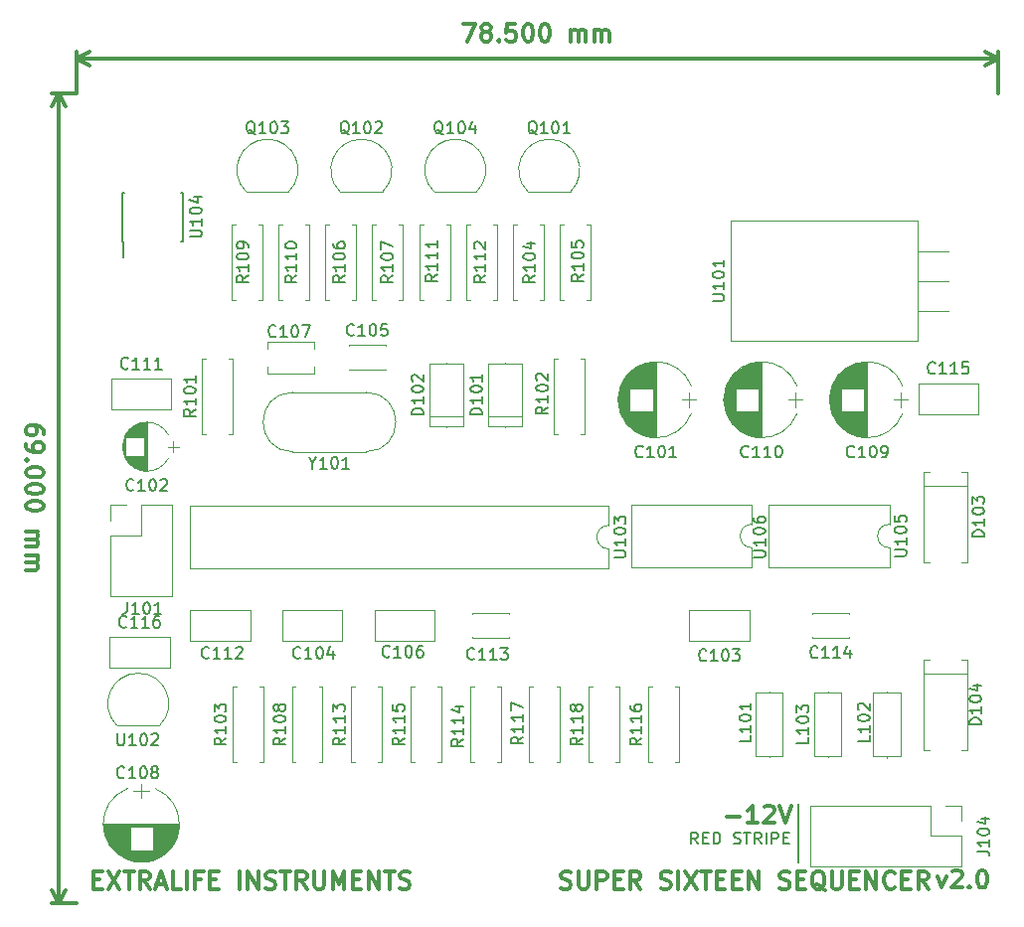
<source format=gto>
G04 #@! TF.GenerationSoftware,KiCad,Pcbnew,(5.0.0)*
G04 #@! TF.CreationDate,2019-04-04T01:40:39-07:00*
G04 #@! TF.ProjectId,kicad-cpu-board,6B696361642D6370752D626F6172642E,rev?*
G04 #@! TF.SameCoordinates,Original*
G04 #@! TF.FileFunction,Legend,Top*
G04 #@! TF.FilePolarity,Positive*
%FSLAX46Y46*%
G04 Gerber Fmt 4.6, Leading zero omitted, Abs format (unit mm)*
G04 Created by KiCad (PCBNEW (5.0.0)) date 04/04/19 01:40:39*
%MOMM*%
%LPD*%
G01*
G04 APERTURE LIST*
%ADD10C,0.200000*%
%ADD11C,0.300000*%
%ADD12C,0.120000*%
%ADD13C,0.150000*%
G04 APERTURE END LIST*
D10*
X85500000Y-108500000D02*
X85500000Y-103500000D01*
X76928571Y-106952380D02*
X76595238Y-106476190D01*
X76357142Y-106952380D02*
X76357142Y-105952380D01*
X76738095Y-105952380D01*
X76833333Y-106000000D01*
X76880952Y-106047619D01*
X76928571Y-106142857D01*
X76928571Y-106285714D01*
X76880952Y-106380952D01*
X76833333Y-106428571D01*
X76738095Y-106476190D01*
X76357142Y-106476190D01*
X77357142Y-106428571D02*
X77690476Y-106428571D01*
X77833333Y-106952380D02*
X77357142Y-106952380D01*
X77357142Y-105952380D01*
X77833333Y-105952380D01*
X78261904Y-106952380D02*
X78261904Y-105952380D01*
X78500000Y-105952380D01*
X78642857Y-106000000D01*
X78738095Y-106095238D01*
X78785714Y-106190476D01*
X78833333Y-106380952D01*
X78833333Y-106523809D01*
X78785714Y-106714285D01*
X78738095Y-106809523D01*
X78642857Y-106904761D01*
X78500000Y-106952380D01*
X78261904Y-106952380D01*
X79976190Y-106904761D02*
X80119047Y-106952380D01*
X80357142Y-106952380D01*
X80452380Y-106904761D01*
X80500000Y-106857142D01*
X80547619Y-106761904D01*
X80547619Y-106666666D01*
X80500000Y-106571428D01*
X80452380Y-106523809D01*
X80357142Y-106476190D01*
X80166666Y-106428571D01*
X80071428Y-106380952D01*
X80023809Y-106333333D01*
X79976190Y-106238095D01*
X79976190Y-106142857D01*
X80023809Y-106047619D01*
X80071428Y-106000000D01*
X80166666Y-105952380D01*
X80404761Y-105952380D01*
X80547619Y-106000000D01*
X80833333Y-105952380D02*
X81404761Y-105952380D01*
X81119047Y-106952380D02*
X81119047Y-105952380D01*
X82309523Y-106952380D02*
X81976190Y-106476190D01*
X81738095Y-106952380D02*
X81738095Y-105952380D01*
X82119047Y-105952380D01*
X82214285Y-106000000D01*
X82261904Y-106047619D01*
X82309523Y-106142857D01*
X82309523Y-106285714D01*
X82261904Y-106380952D01*
X82214285Y-106428571D01*
X82119047Y-106476190D01*
X81738095Y-106476190D01*
X82738095Y-106952380D02*
X82738095Y-105952380D01*
X83214285Y-106952380D02*
X83214285Y-105952380D01*
X83595238Y-105952380D01*
X83690476Y-106000000D01*
X83738095Y-106047619D01*
X83785714Y-106142857D01*
X83785714Y-106285714D01*
X83738095Y-106380952D01*
X83690476Y-106428571D01*
X83595238Y-106476190D01*
X83214285Y-106476190D01*
X84214285Y-106428571D02*
X84547619Y-106428571D01*
X84690476Y-106952380D02*
X84214285Y-106952380D01*
X84214285Y-105952380D01*
X84690476Y-105952380D01*
D11*
X79357142Y-104607142D02*
X80500000Y-104607142D01*
X82000000Y-105178571D02*
X81142857Y-105178571D01*
X81571428Y-105178571D02*
X81571428Y-103678571D01*
X81428571Y-103892857D01*
X81285714Y-104035714D01*
X81142857Y-104107142D01*
X82571428Y-103821428D02*
X82642857Y-103750000D01*
X82785714Y-103678571D01*
X83142857Y-103678571D01*
X83285714Y-103750000D01*
X83357142Y-103821428D01*
X83428571Y-103964285D01*
X83428571Y-104107142D01*
X83357142Y-104321428D01*
X82500000Y-105178571D01*
X83428571Y-105178571D01*
X83857142Y-103678571D02*
X84357142Y-105178571D01*
X84857142Y-103678571D01*
X21221428Y-72000000D02*
X21221428Y-71714285D01*
X21150000Y-71571428D01*
X21078571Y-71500000D01*
X20864285Y-71357142D01*
X20578571Y-71285714D01*
X20007142Y-71285714D01*
X19864285Y-71357142D01*
X19792857Y-71428571D01*
X19721428Y-71571428D01*
X19721428Y-71857142D01*
X19792857Y-72000000D01*
X19864285Y-72071428D01*
X20007142Y-72142857D01*
X20364285Y-72142857D01*
X20507142Y-72071428D01*
X20578571Y-72000000D01*
X20650000Y-71857142D01*
X20650000Y-71571428D01*
X20578571Y-71428571D01*
X20507142Y-71357142D01*
X20364285Y-71285714D01*
X19721428Y-72857142D02*
X19721428Y-73142857D01*
X19792857Y-73285714D01*
X19864285Y-73357142D01*
X20078571Y-73500000D01*
X20364285Y-73571428D01*
X20935714Y-73571428D01*
X21078571Y-73500000D01*
X21150000Y-73428571D01*
X21221428Y-73285714D01*
X21221428Y-73000000D01*
X21150000Y-72857142D01*
X21078571Y-72785714D01*
X20935714Y-72714285D01*
X20578571Y-72714285D01*
X20435714Y-72785714D01*
X20364285Y-72857142D01*
X20292857Y-73000000D01*
X20292857Y-73285714D01*
X20364285Y-73428571D01*
X20435714Y-73500000D01*
X20578571Y-73571428D01*
X19864285Y-74214285D02*
X19792857Y-74285714D01*
X19721428Y-74214285D01*
X19792857Y-74142857D01*
X19864285Y-74214285D01*
X19721428Y-74214285D01*
X21221428Y-75214285D02*
X21221428Y-75357142D01*
X21150000Y-75500000D01*
X21078571Y-75571428D01*
X20935714Y-75642857D01*
X20650000Y-75714285D01*
X20292857Y-75714285D01*
X20007142Y-75642857D01*
X19864285Y-75571428D01*
X19792857Y-75500000D01*
X19721428Y-75357142D01*
X19721428Y-75214285D01*
X19792857Y-75071428D01*
X19864285Y-75000000D01*
X20007142Y-74928571D01*
X20292857Y-74857142D01*
X20650000Y-74857142D01*
X20935714Y-74928571D01*
X21078571Y-75000000D01*
X21150000Y-75071428D01*
X21221428Y-75214285D01*
X21221428Y-76642857D02*
X21221428Y-76785714D01*
X21150000Y-76928571D01*
X21078571Y-77000000D01*
X20935714Y-77071428D01*
X20650000Y-77142857D01*
X20292857Y-77142857D01*
X20007142Y-77071428D01*
X19864285Y-77000000D01*
X19792857Y-76928571D01*
X19721428Y-76785714D01*
X19721428Y-76642857D01*
X19792857Y-76500000D01*
X19864285Y-76428571D01*
X20007142Y-76357142D01*
X20292857Y-76285714D01*
X20650000Y-76285714D01*
X20935714Y-76357142D01*
X21078571Y-76428571D01*
X21150000Y-76500000D01*
X21221428Y-76642857D01*
X21221428Y-78071428D02*
X21221428Y-78214285D01*
X21150000Y-78357142D01*
X21078571Y-78428571D01*
X20935714Y-78500000D01*
X20650000Y-78571428D01*
X20292857Y-78571428D01*
X20007142Y-78500000D01*
X19864285Y-78428571D01*
X19792857Y-78357142D01*
X19721428Y-78214285D01*
X19721428Y-78071428D01*
X19792857Y-77928571D01*
X19864285Y-77857142D01*
X20007142Y-77785714D01*
X20292857Y-77714285D01*
X20650000Y-77714285D01*
X20935714Y-77785714D01*
X21078571Y-77857142D01*
X21150000Y-77928571D01*
X21221428Y-78071428D01*
X19721428Y-80357142D02*
X20721428Y-80357142D01*
X20578571Y-80357142D02*
X20650000Y-80428571D01*
X20721428Y-80571428D01*
X20721428Y-80785714D01*
X20650000Y-80928571D01*
X20507142Y-81000000D01*
X19721428Y-81000000D01*
X20507142Y-81000000D02*
X20650000Y-81071428D01*
X20721428Y-81214285D01*
X20721428Y-81428571D01*
X20650000Y-81571428D01*
X20507142Y-81642857D01*
X19721428Y-81642857D01*
X19721428Y-82357142D02*
X20721428Y-82357142D01*
X20578571Y-82357142D02*
X20650000Y-82428571D01*
X20721428Y-82571428D01*
X20721428Y-82785714D01*
X20650000Y-82928571D01*
X20507142Y-83000000D01*
X19721428Y-83000000D01*
X20507142Y-83000000D02*
X20650000Y-83071428D01*
X20721428Y-83214285D01*
X20721428Y-83428571D01*
X20650000Y-83571428D01*
X20507142Y-83642857D01*
X19721428Y-83642857D01*
X22500000Y-43000000D02*
X22500000Y-112000000D01*
X24000000Y-43000000D02*
X21913579Y-43000000D01*
X24000000Y-112000000D02*
X21913579Y-112000000D01*
X22500000Y-112000000D02*
X21913579Y-110873496D01*
X22500000Y-112000000D02*
X23086421Y-110873496D01*
X22500000Y-43000000D02*
X21913579Y-44126504D01*
X22500000Y-43000000D02*
X23086421Y-44126504D01*
X56964285Y-37078571D02*
X57964285Y-37078571D01*
X57321428Y-38578571D01*
X58750000Y-37721428D02*
X58607142Y-37650000D01*
X58535714Y-37578571D01*
X58464285Y-37435714D01*
X58464285Y-37364285D01*
X58535714Y-37221428D01*
X58607142Y-37150000D01*
X58750000Y-37078571D01*
X59035714Y-37078571D01*
X59178571Y-37150000D01*
X59250000Y-37221428D01*
X59321428Y-37364285D01*
X59321428Y-37435714D01*
X59250000Y-37578571D01*
X59178571Y-37650000D01*
X59035714Y-37721428D01*
X58750000Y-37721428D01*
X58607142Y-37792857D01*
X58535714Y-37864285D01*
X58464285Y-38007142D01*
X58464285Y-38292857D01*
X58535714Y-38435714D01*
X58607142Y-38507142D01*
X58750000Y-38578571D01*
X59035714Y-38578571D01*
X59178571Y-38507142D01*
X59250000Y-38435714D01*
X59321428Y-38292857D01*
X59321428Y-38007142D01*
X59250000Y-37864285D01*
X59178571Y-37792857D01*
X59035714Y-37721428D01*
X59964285Y-38435714D02*
X60035714Y-38507142D01*
X59964285Y-38578571D01*
X59892857Y-38507142D01*
X59964285Y-38435714D01*
X59964285Y-38578571D01*
X61392857Y-37078571D02*
X60678571Y-37078571D01*
X60607142Y-37792857D01*
X60678571Y-37721428D01*
X60821428Y-37650000D01*
X61178571Y-37650000D01*
X61321428Y-37721428D01*
X61392857Y-37792857D01*
X61464285Y-37935714D01*
X61464285Y-38292857D01*
X61392857Y-38435714D01*
X61321428Y-38507142D01*
X61178571Y-38578571D01*
X60821428Y-38578571D01*
X60678571Y-38507142D01*
X60607142Y-38435714D01*
X62392857Y-37078571D02*
X62535714Y-37078571D01*
X62678571Y-37150000D01*
X62750000Y-37221428D01*
X62821428Y-37364285D01*
X62892857Y-37650000D01*
X62892857Y-38007142D01*
X62821428Y-38292857D01*
X62750000Y-38435714D01*
X62678571Y-38507142D01*
X62535714Y-38578571D01*
X62392857Y-38578571D01*
X62250000Y-38507142D01*
X62178571Y-38435714D01*
X62107142Y-38292857D01*
X62035714Y-38007142D01*
X62035714Y-37650000D01*
X62107142Y-37364285D01*
X62178571Y-37221428D01*
X62250000Y-37150000D01*
X62392857Y-37078571D01*
X63821428Y-37078571D02*
X63964285Y-37078571D01*
X64107142Y-37150000D01*
X64178571Y-37221428D01*
X64250000Y-37364285D01*
X64321428Y-37650000D01*
X64321428Y-38007142D01*
X64250000Y-38292857D01*
X64178571Y-38435714D01*
X64107142Y-38507142D01*
X63964285Y-38578571D01*
X63821428Y-38578571D01*
X63678571Y-38507142D01*
X63607142Y-38435714D01*
X63535714Y-38292857D01*
X63464285Y-38007142D01*
X63464285Y-37650000D01*
X63535714Y-37364285D01*
X63607142Y-37221428D01*
X63678571Y-37150000D01*
X63821428Y-37078571D01*
X66107142Y-38578571D02*
X66107142Y-37578571D01*
X66107142Y-37721428D02*
X66178571Y-37650000D01*
X66321428Y-37578571D01*
X66535714Y-37578571D01*
X66678571Y-37650000D01*
X66750000Y-37792857D01*
X66750000Y-38578571D01*
X66750000Y-37792857D02*
X66821428Y-37650000D01*
X66964285Y-37578571D01*
X67178571Y-37578571D01*
X67321428Y-37650000D01*
X67392857Y-37792857D01*
X67392857Y-38578571D01*
X68107142Y-38578571D02*
X68107142Y-37578571D01*
X68107142Y-37721428D02*
X68178571Y-37650000D01*
X68321428Y-37578571D01*
X68535714Y-37578571D01*
X68678571Y-37650000D01*
X68750000Y-37792857D01*
X68750000Y-38578571D01*
X68750000Y-37792857D02*
X68821428Y-37650000D01*
X68964285Y-37578571D01*
X69178571Y-37578571D01*
X69321428Y-37650000D01*
X69392857Y-37792857D01*
X69392857Y-38578571D01*
X24000000Y-40000000D02*
X102500000Y-40000000D01*
X24000000Y-43000000D02*
X24000000Y-39413579D01*
X102500000Y-43000000D02*
X102500000Y-39413579D01*
X102500000Y-40000000D02*
X101373496Y-40586421D01*
X102500000Y-40000000D02*
X101373496Y-39413579D01*
X24000000Y-40000000D02*
X25126504Y-40586421D01*
X24000000Y-40000000D02*
X25126504Y-39413579D01*
X25471428Y-109992857D02*
X25971428Y-109992857D01*
X26185714Y-110778571D02*
X25471428Y-110778571D01*
X25471428Y-109278571D01*
X26185714Y-109278571D01*
X26685714Y-109278571D02*
X27685714Y-110778571D01*
X27685714Y-109278571D02*
X26685714Y-110778571D01*
X28042857Y-109278571D02*
X28900000Y-109278571D01*
X28471428Y-110778571D02*
X28471428Y-109278571D01*
X30257142Y-110778571D02*
X29757142Y-110064285D01*
X29400000Y-110778571D02*
X29400000Y-109278571D01*
X29971428Y-109278571D01*
X30114285Y-109350000D01*
X30185714Y-109421428D01*
X30257142Y-109564285D01*
X30257142Y-109778571D01*
X30185714Y-109921428D01*
X30114285Y-109992857D01*
X29971428Y-110064285D01*
X29400000Y-110064285D01*
X30828571Y-110350000D02*
X31542857Y-110350000D01*
X30685714Y-110778571D02*
X31185714Y-109278571D01*
X31685714Y-110778571D01*
X32900000Y-110778571D02*
X32185714Y-110778571D01*
X32185714Y-109278571D01*
X33400000Y-110778571D02*
X33400000Y-109278571D01*
X34614285Y-109992857D02*
X34114285Y-109992857D01*
X34114285Y-110778571D02*
X34114285Y-109278571D01*
X34828571Y-109278571D01*
X35400000Y-109992857D02*
X35900000Y-109992857D01*
X36114285Y-110778571D02*
X35400000Y-110778571D01*
X35400000Y-109278571D01*
X36114285Y-109278571D01*
X37900000Y-110778571D02*
X37900000Y-109278571D01*
X38614285Y-110778571D02*
X38614285Y-109278571D01*
X39471428Y-110778571D01*
X39471428Y-109278571D01*
X40114285Y-110707142D02*
X40328571Y-110778571D01*
X40685714Y-110778571D01*
X40828571Y-110707142D01*
X40900000Y-110635714D01*
X40971428Y-110492857D01*
X40971428Y-110350000D01*
X40900000Y-110207142D01*
X40828571Y-110135714D01*
X40685714Y-110064285D01*
X40400000Y-109992857D01*
X40257142Y-109921428D01*
X40185714Y-109850000D01*
X40114285Y-109707142D01*
X40114285Y-109564285D01*
X40185714Y-109421428D01*
X40257142Y-109350000D01*
X40400000Y-109278571D01*
X40757142Y-109278571D01*
X40971428Y-109350000D01*
X41400000Y-109278571D02*
X42257142Y-109278571D01*
X41828571Y-110778571D02*
X41828571Y-109278571D01*
X43614285Y-110778571D02*
X43114285Y-110064285D01*
X42757142Y-110778571D02*
X42757142Y-109278571D01*
X43328571Y-109278571D01*
X43471428Y-109350000D01*
X43542857Y-109421428D01*
X43614285Y-109564285D01*
X43614285Y-109778571D01*
X43542857Y-109921428D01*
X43471428Y-109992857D01*
X43328571Y-110064285D01*
X42757142Y-110064285D01*
X44257142Y-109278571D02*
X44257142Y-110492857D01*
X44328571Y-110635714D01*
X44400000Y-110707142D01*
X44542857Y-110778571D01*
X44828571Y-110778571D01*
X44971428Y-110707142D01*
X45042857Y-110635714D01*
X45114285Y-110492857D01*
X45114285Y-109278571D01*
X45828571Y-110778571D02*
X45828571Y-109278571D01*
X46328571Y-110350000D01*
X46828571Y-109278571D01*
X46828571Y-110778571D01*
X47542857Y-109992857D02*
X48042857Y-109992857D01*
X48257142Y-110778571D02*
X47542857Y-110778571D01*
X47542857Y-109278571D01*
X48257142Y-109278571D01*
X48900000Y-110778571D02*
X48900000Y-109278571D01*
X49757142Y-110778571D01*
X49757142Y-109278571D01*
X50257142Y-109278571D02*
X51114285Y-109278571D01*
X50685714Y-110778571D02*
X50685714Y-109278571D01*
X51542857Y-110707142D02*
X51757142Y-110778571D01*
X52114285Y-110778571D01*
X52257142Y-110707142D01*
X52328571Y-110635714D01*
X52400000Y-110492857D01*
X52400000Y-110350000D01*
X52328571Y-110207142D01*
X52257142Y-110135714D01*
X52114285Y-110064285D01*
X51828571Y-109992857D01*
X51685714Y-109921428D01*
X51614285Y-109850000D01*
X51542857Y-109707142D01*
X51542857Y-109564285D01*
X51614285Y-109421428D01*
X51685714Y-109350000D01*
X51828571Y-109278571D01*
X52185714Y-109278571D01*
X52400000Y-109350000D01*
X97357142Y-109678571D02*
X97714285Y-110678571D01*
X98071428Y-109678571D01*
X98571428Y-109321428D02*
X98642857Y-109250000D01*
X98785714Y-109178571D01*
X99142857Y-109178571D01*
X99285714Y-109250000D01*
X99357142Y-109321428D01*
X99428571Y-109464285D01*
X99428571Y-109607142D01*
X99357142Y-109821428D01*
X98500000Y-110678571D01*
X99428571Y-110678571D01*
X100071428Y-110535714D02*
X100142857Y-110607142D01*
X100071428Y-110678571D01*
X100000000Y-110607142D01*
X100071428Y-110535714D01*
X100071428Y-110678571D01*
X101071428Y-109178571D02*
X101214285Y-109178571D01*
X101357142Y-109250000D01*
X101428571Y-109321428D01*
X101500000Y-109464285D01*
X101571428Y-109750000D01*
X101571428Y-110107142D01*
X101500000Y-110392857D01*
X101428571Y-110535714D01*
X101357142Y-110607142D01*
X101214285Y-110678571D01*
X101071428Y-110678571D01*
X100928571Y-110607142D01*
X100857142Y-110535714D01*
X100785714Y-110392857D01*
X100714285Y-110107142D01*
X100714285Y-109750000D01*
X100785714Y-109464285D01*
X100857142Y-109321428D01*
X100928571Y-109250000D01*
X101071428Y-109178571D01*
X65257142Y-110707142D02*
X65471428Y-110778571D01*
X65828571Y-110778571D01*
X65971428Y-110707142D01*
X66042857Y-110635714D01*
X66114285Y-110492857D01*
X66114285Y-110350000D01*
X66042857Y-110207142D01*
X65971428Y-110135714D01*
X65828571Y-110064285D01*
X65542857Y-109992857D01*
X65399999Y-109921428D01*
X65328571Y-109850000D01*
X65257142Y-109707142D01*
X65257142Y-109564285D01*
X65328571Y-109421428D01*
X65399999Y-109350000D01*
X65542857Y-109278571D01*
X65899999Y-109278571D01*
X66114285Y-109350000D01*
X66757142Y-109278571D02*
X66757142Y-110492857D01*
X66828571Y-110635714D01*
X66899999Y-110707142D01*
X67042857Y-110778571D01*
X67328571Y-110778571D01*
X67471428Y-110707142D01*
X67542857Y-110635714D01*
X67614285Y-110492857D01*
X67614285Y-109278571D01*
X68328571Y-110778571D02*
X68328571Y-109278571D01*
X68900000Y-109278571D01*
X69042857Y-109350000D01*
X69114285Y-109421428D01*
X69185714Y-109564285D01*
X69185714Y-109778571D01*
X69114285Y-109921428D01*
X69042857Y-109992857D01*
X68900000Y-110064285D01*
X68328571Y-110064285D01*
X69828571Y-109992857D02*
X70328571Y-109992857D01*
X70542857Y-110778571D02*
X69828571Y-110778571D01*
X69828571Y-109278571D01*
X70542857Y-109278571D01*
X72042857Y-110778571D02*
X71542857Y-110064285D01*
X71185714Y-110778571D02*
X71185714Y-109278571D01*
X71757142Y-109278571D01*
X71900000Y-109350000D01*
X71971428Y-109421428D01*
X72042857Y-109564285D01*
X72042857Y-109778571D01*
X71971428Y-109921428D01*
X71900000Y-109992857D01*
X71757142Y-110064285D01*
X71185714Y-110064285D01*
X73757142Y-110707142D02*
X73971428Y-110778571D01*
X74328571Y-110778571D01*
X74471428Y-110707142D01*
X74542857Y-110635714D01*
X74614285Y-110492857D01*
X74614285Y-110350000D01*
X74542857Y-110207142D01*
X74471428Y-110135714D01*
X74328571Y-110064285D01*
X74042857Y-109992857D01*
X73900000Y-109921428D01*
X73828571Y-109850000D01*
X73757142Y-109707142D01*
X73757142Y-109564285D01*
X73828571Y-109421428D01*
X73900000Y-109350000D01*
X74042857Y-109278571D01*
X74400000Y-109278571D01*
X74614285Y-109350000D01*
X75257142Y-110778571D02*
X75257142Y-109278571D01*
X75828571Y-109278571D02*
X76828571Y-110778571D01*
X76828571Y-109278571D02*
X75828571Y-110778571D01*
X77185714Y-109278571D02*
X78042857Y-109278571D01*
X77614285Y-110778571D02*
X77614285Y-109278571D01*
X78542857Y-109992857D02*
X79042857Y-109992857D01*
X79257142Y-110778571D02*
X78542857Y-110778571D01*
X78542857Y-109278571D01*
X79257142Y-109278571D01*
X79900000Y-109992857D02*
X80400000Y-109992857D01*
X80614285Y-110778571D02*
X79900000Y-110778571D01*
X79900000Y-109278571D01*
X80614285Y-109278571D01*
X81257142Y-110778571D02*
X81257142Y-109278571D01*
X82114285Y-110778571D01*
X82114285Y-109278571D01*
X83900000Y-110707142D02*
X84114285Y-110778571D01*
X84471428Y-110778571D01*
X84614285Y-110707142D01*
X84685714Y-110635714D01*
X84757142Y-110492857D01*
X84757142Y-110350000D01*
X84685714Y-110207142D01*
X84614285Y-110135714D01*
X84471428Y-110064285D01*
X84185714Y-109992857D01*
X84042857Y-109921428D01*
X83971428Y-109850000D01*
X83900000Y-109707142D01*
X83900000Y-109564285D01*
X83971428Y-109421428D01*
X84042857Y-109350000D01*
X84185714Y-109278571D01*
X84542857Y-109278571D01*
X84757142Y-109350000D01*
X85400000Y-109992857D02*
X85900000Y-109992857D01*
X86114285Y-110778571D02*
X85400000Y-110778571D01*
X85400000Y-109278571D01*
X86114285Y-109278571D01*
X87757142Y-110921428D02*
X87614285Y-110850000D01*
X87471428Y-110707142D01*
X87257142Y-110492857D01*
X87114285Y-110421428D01*
X86971428Y-110421428D01*
X87042857Y-110778571D02*
X86900000Y-110707142D01*
X86757142Y-110564285D01*
X86685714Y-110278571D01*
X86685714Y-109778571D01*
X86757142Y-109492857D01*
X86900000Y-109350000D01*
X87042857Y-109278571D01*
X87328571Y-109278571D01*
X87471428Y-109350000D01*
X87614285Y-109492857D01*
X87685714Y-109778571D01*
X87685714Y-110278571D01*
X87614285Y-110564285D01*
X87471428Y-110707142D01*
X87328571Y-110778571D01*
X87042857Y-110778571D01*
X88328571Y-109278571D02*
X88328571Y-110492857D01*
X88400000Y-110635714D01*
X88471428Y-110707142D01*
X88614285Y-110778571D01*
X88900000Y-110778571D01*
X89042857Y-110707142D01*
X89114285Y-110635714D01*
X89185714Y-110492857D01*
X89185714Y-109278571D01*
X89900000Y-109992857D02*
X90400000Y-109992857D01*
X90614285Y-110778571D02*
X89900000Y-110778571D01*
X89900000Y-109278571D01*
X90614285Y-109278571D01*
X91257142Y-110778571D02*
X91257142Y-109278571D01*
X92114285Y-110778571D01*
X92114285Y-109278571D01*
X93685714Y-110635714D02*
X93614285Y-110707142D01*
X93400000Y-110778571D01*
X93257142Y-110778571D01*
X93042857Y-110707142D01*
X92900000Y-110564285D01*
X92828571Y-110421428D01*
X92757142Y-110135714D01*
X92757142Y-109921428D01*
X92828571Y-109635714D01*
X92900000Y-109492857D01*
X93042857Y-109350000D01*
X93257142Y-109278571D01*
X93400000Y-109278571D01*
X93614285Y-109350000D01*
X93685714Y-109421428D01*
X94328571Y-109992857D02*
X94828571Y-109992857D01*
X95042857Y-110778571D02*
X94328571Y-110778571D01*
X94328571Y-109278571D01*
X95042857Y-109278571D01*
X96542857Y-110778571D02*
X96042857Y-110064285D01*
X95685714Y-110778571D02*
X95685714Y-109278571D01*
X96257142Y-109278571D01*
X96400000Y-109350000D01*
X96471428Y-109421428D01*
X96542857Y-109564285D01*
X96542857Y-109778571D01*
X96471428Y-109921428D01*
X96400000Y-109992857D01*
X96257142Y-110064285D01*
X95685714Y-110064285D01*
D12*
G04 #@! TO.C,U106*
X81530000Y-81710000D02*
G75*
G02X81530000Y-79710000I0J1000000D01*
G01*
X81530000Y-79710000D02*
X81530000Y-78060000D01*
X81530000Y-78060000D02*
X71250000Y-78060000D01*
X71250000Y-78060000D02*
X71250000Y-83360000D01*
X71250000Y-83360000D02*
X81530000Y-83360000D01*
X81530000Y-83360000D02*
X81530000Y-81710000D01*
G04 #@! TO.C,C115*
X95690000Y-67690000D02*
X100810000Y-67690000D01*
X95690000Y-70310000D02*
X100810000Y-70310000D01*
X95690000Y-67690000D02*
X95690000Y-70310000D01*
X100810000Y-67690000D02*
X100810000Y-70310000D01*
G04 #@! TO.C,C116*
X31935001Y-89315001D02*
X31935001Y-91935001D01*
X26815001Y-89315001D02*
X26815001Y-91935001D01*
X26815001Y-91935001D02*
X31935001Y-91935001D01*
X26815001Y-89315001D02*
X31935001Y-89315001D01*
G04 #@! TO.C,U103*
X69330000Y-83460000D02*
X69330000Y-81810000D01*
X33650000Y-83460000D02*
X69330000Y-83460000D01*
X33650000Y-78160000D02*
X33650000Y-83460000D01*
X69330000Y-78160000D02*
X33650000Y-78160000D01*
X69330000Y-79810000D02*
X69330000Y-78160000D01*
X69330000Y-81810000D02*
G75*
G02X69330000Y-79810000I0J1000000D01*
G01*
G04 #@! TO.C,C101*
X76200000Y-69750000D02*
X76200000Y-68450000D01*
X76800000Y-69100000D02*
X75600000Y-69100000D01*
X70149000Y-69568000D02*
X70149000Y-68632000D01*
X70189000Y-69776000D02*
X70189000Y-68424000D01*
X70229000Y-69934000D02*
X70229000Y-68266000D01*
X70269000Y-70066000D02*
X70269000Y-68134000D01*
X70309000Y-70181000D02*
X70309000Y-68019000D01*
X70349000Y-70284000D02*
X70349000Y-67916000D01*
X70389000Y-70378000D02*
X70389000Y-67822000D01*
X70429000Y-70464000D02*
X70429000Y-67736000D01*
X70469000Y-70545000D02*
X70469000Y-67655000D01*
X70509000Y-70620000D02*
X70509000Y-67580000D01*
X70549000Y-70691000D02*
X70549000Y-67509000D01*
X70589000Y-70758000D02*
X70589000Y-67442000D01*
X70629000Y-70821000D02*
X70629000Y-67379000D01*
X70669000Y-70881000D02*
X70669000Y-67319000D01*
X70709000Y-70939000D02*
X70709000Y-67261000D01*
X70749000Y-70994000D02*
X70749000Y-67206000D01*
X70789000Y-71046000D02*
X70789000Y-67154000D01*
X70829000Y-71097000D02*
X70829000Y-67103000D01*
X70869000Y-71145000D02*
X70869000Y-67055000D01*
X70909000Y-71192000D02*
X70909000Y-67008000D01*
X70949000Y-71237000D02*
X70949000Y-66963000D01*
X70989000Y-71280000D02*
X70989000Y-66920000D01*
X71029000Y-71322000D02*
X71029000Y-66878000D01*
X71069000Y-71362000D02*
X71069000Y-66838000D01*
X71109000Y-71401000D02*
X71109000Y-66799000D01*
X71149000Y-68120000D02*
X71149000Y-66761000D01*
X71149000Y-71439000D02*
X71149000Y-70080000D01*
X71189000Y-68120000D02*
X71189000Y-66725000D01*
X71189000Y-71475000D02*
X71189000Y-70080000D01*
X71229000Y-68120000D02*
X71229000Y-66689000D01*
X71229000Y-71511000D02*
X71229000Y-70080000D01*
X71269000Y-68120000D02*
X71269000Y-66655000D01*
X71269000Y-71545000D02*
X71269000Y-70080000D01*
X71309000Y-68120000D02*
X71309000Y-66622000D01*
X71309000Y-71578000D02*
X71309000Y-70080000D01*
X71349000Y-68120000D02*
X71349000Y-66590000D01*
X71349000Y-71610000D02*
X71349000Y-70080000D01*
X71389000Y-68120000D02*
X71389000Y-66560000D01*
X71389000Y-71640000D02*
X71389000Y-70080000D01*
X71429000Y-68120000D02*
X71429000Y-66530000D01*
X71429000Y-71670000D02*
X71429000Y-70080000D01*
X71469000Y-68120000D02*
X71469000Y-66501000D01*
X71469000Y-71699000D02*
X71469000Y-70080000D01*
X71509000Y-68120000D02*
X71509000Y-66473000D01*
X71509000Y-71727000D02*
X71509000Y-70080000D01*
X71549000Y-68120000D02*
X71549000Y-66446000D01*
X71549000Y-71754000D02*
X71549000Y-70080000D01*
X71589000Y-68120000D02*
X71589000Y-66419000D01*
X71589000Y-71781000D02*
X71589000Y-70080000D01*
X71629000Y-68120000D02*
X71629000Y-66394000D01*
X71629000Y-71806000D02*
X71629000Y-70080000D01*
X71669000Y-68120000D02*
X71669000Y-66369000D01*
X71669000Y-71831000D02*
X71669000Y-70080000D01*
X71709000Y-68120000D02*
X71709000Y-66345000D01*
X71709000Y-71855000D02*
X71709000Y-70080000D01*
X71749000Y-68120000D02*
X71749000Y-66322000D01*
X71749000Y-71878000D02*
X71749000Y-70080000D01*
X71789000Y-68120000D02*
X71789000Y-66300000D01*
X71789000Y-71900000D02*
X71789000Y-70080000D01*
X71829000Y-68120000D02*
X71829000Y-66278000D01*
X71829000Y-71922000D02*
X71829000Y-70080000D01*
X71869000Y-68120000D02*
X71869000Y-66257000D01*
X71869000Y-71943000D02*
X71869000Y-70080000D01*
X71909000Y-68120000D02*
X71909000Y-66237000D01*
X71909000Y-71963000D02*
X71909000Y-70080000D01*
X71949000Y-68120000D02*
X71949000Y-66218000D01*
X71949000Y-71982000D02*
X71949000Y-70080000D01*
X71989000Y-68120000D02*
X71989000Y-66199000D01*
X71989000Y-72001000D02*
X71989000Y-70080000D01*
X72029000Y-68120000D02*
X72029000Y-66181000D01*
X72029000Y-72019000D02*
X72029000Y-70080000D01*
X72069000Y-68120000D02*
X72069000Y-66163000D01*
X72069000Y-72037000D02*
X72069000Y-70080000D01*
X72109000Y-68120000D02*
X72109000Y-66146000D01*
X72109000Y-72054000D02*
X72109000Y-70080000D01*
X72149000Y-68120000D02*
X72149000Y-66130000D01*
X72149000Y-72070000D02*
X72149000Y-70080000D01*
X72189000Y-68120000D02*
X72189000Y-66114000D01*
X72189000Y-72086000D02*
X72189000Y-70080000D01*
X72229000Y-68120000D02*
X72229000Y-66099000D01*
X72229000Y-72101000D02*
X72229000Y-70080000D01*
X72269000Y-68120000D02*
X72269000Y-66085000D01*
X72269000Y-72115000D02*
X72269000Y-70080000D01*
X72309000Y-68120000D02*
X72309000Y-66071000D01*
X72309000Y-72129000D02*
X72309000Y-70080000D01*
X72349000Y-68120000D02*
X72349000Y-66058000D01*
X72349000Y-72142000D02*
X72349000Y-70080000D01*
X72389000Y-68120000D02*
X72389000Y-66045000D01*
X72389000Y-72155000D02*
X72389000Y-70080000D01*
X72429000Y-68120000D02*
X72429000Y-66033000D01*
X72429000Y-72167000D02*
X72429000Y-70080000D01*
X72469000Y-68120000D02*
X72469000Y-66021000D01*
X72469000Y-72179000D02*
X72469000Y-70080000D01*
X72509000Y-68120000D02*
X72509000Y-66010000D01*
X72509000Y-72190000D02*
X72509000Y-70080000D01*
X72549000Y-68120000D02*
X72549000Y-66000000D01*
X72549000Y-72200000D02*
X72549000Y-70080000D01*
X72589000Y-68120000D02*
X72589000Y-65990000D01*
X72589000Y-72210000D02*
X72589000Y-70080000D01*
X72629000Y-68120000D02*
X72629000Y-65981000D01*
X72629000Y-72219000D02*
X72629000Y-70080000D01*
X72670000Y-68120000D02*
X72670000Y-65972000D01*
X72670000Y-72228000D02*
X72670000Y-70080000D01*
X72710000Y-68120000D02*
X72710000Y-65963000D01*
X72710000Y-72237000D02*
X72710000Y-70080000D01*
X72750000Y-68120000D02*
X72750000Y-65956000D01*
X72750000Y-72244000D02*
X72750000Y-70080000D01*
X72790000Y-68120000D02*
X72790000Y-65948000D01*
X72790000Y-72252000D02*
X72790000Y-70080000D01*
X72830000Y-68120000D02*
X72830000Y-65942000D01*
X72830000Y-72258000D02*
X72830000Y-70080000D01*
X72870000Y-68120000D02*
X72870000Y-65935000D01*
X72870000Y-72265000D02*
X72870000Y-70080000D01*
X72910000Y-68120000D02*
X72910000Y-65930000D01*
X72910000Y-72270000D02*
X72910000Y-70080000D01*
X72950000Y-68120000D02*
X72950000Y-65924000D01*
X72950000Y-72276000D02*
X72950000Y-70080000D01*
X72990000Y-68120000D02*
X72990000Y-65920000D01*
X72990000Y-72280000D02*
X72990000Y-70080000D01*
X73030000Y-68120000D02*
X73030000Y-65915000D01*
X73030000Y-72285000D02*
X73030000Y-70080000D01*
X73070000Y-68120000D02*
X73070000Y-65912000D01*
X73070000Y-72288000D02*
X73070000Y-70080000D01*
X73110000Y-72292000D02*
X73110000Y-65908000D01*
X73150000Y-72294000D02*
X73150000Y-65906000D01*
X73190000Y-72297000D02*
X73190000Y-65903000D01*
X73230000Y-72298000D02*
X73230000Y-65902000D01*
X73270000Y-72300000D02*
X73270000Y-65900000D01*
X73310000Y-72300000D02*
X73310000Y-65900000D01*
X73350000Y-72300000D02*
X73350000Y-65900000D01*
X70332180Y-67920864D02*
G75*
G03X70332518Y-70280000I3017820J-1179136D01*
G01*
X70332180Y-67920864D02*
G75*
G02X76367482Y-67920000I3017820J-1179136D01*
G01*
X70332180Y-70279136D02*
G75*
G03X76367482Y-70280000I3017820J1179136D01*
G01*
G04 #@! TO.C,C102*
X32250000Y-73550000D02*
X32250000Y-72650000D01*
X32700000Y-73100000D02*
X31800000Y-73100000D01*
X27919000Y-73265000D02*
X27919000Y-72935000D01*
X27959000Y-73515000D02*
X27959000Y-72685000D01*
X27999000Y-73667000D02*
X27999000Y-72533000D01*
X28039000Y-73786000D02*
X28039000Y-72414000D01*
X28079000Y-73886000D02*
X28079000Y-72314000D01*
X28119000Y-73974000D02*
X28119000Y-72226000D01*
X28159000Y-74052000D02*
X28159000Y-72148000D01*
X28199000Y-74123000D02*
X28199000Y-72077000D01*
X28239000Y-72320000D02*
X28239000Y-72012000D01*
X28239000Y-74188000D02*
X28239000Y-73880000D01*
X28279000Y-72320000D02*
X28279000Y-71952000D01*
X28279000Y-74248000D02*
X28279000Y-73880000D01*
X28319000Y-72320000D02*
X28319000Y-71896000D01*
X28319000Y-74304000D02*
X28319000Y-73880000D01*
X28359000Y-72320000D02*
X28359000Y-71844000D01*
X28359000Y-74356000D02*
X28359000Y-73880000D01*
X28399000Y-72320000D02*
X28399000Y-71795000D01*
X28399000Y-74405000D02*
X28399000Y-73880000D01*
X28439000Y-72320000D02*
X28439000Y-71749000D01*
X28439000Y-74451000D02*
X28439000Y-73880000D01*
X28479000Y-72320000D02*
X28479000Y-71705000D01*
X28479000Y-74495000D02*
X28479000Y-73880000D01*
X28519000Y-72320000D02*
X28519000Y-71664000D01*
X28519000Y-74536000D02*
X28519000Y-73880000D01*
X28559000Y-72320000D02*
X28559000Y-71625000D01*
X28559000Y-74575000D02*
X28559000Y-73880000D01*
X28599000Y-72320000D02*
X28599000Y-71588000D01*
X28599000Y-74612000D02*
X28599000Y-73880000D01*
X28639000Y-72320000D02*
X28639000Y-71553000D01*
X28639000Y-74647000D02*
X28639000Y-73880000D01*
X28679000Y-72320000D02*
X28679000Y-71519000D01*
X28679000Y-74681000D02*
X28679000Y-73880000D01*
X28719000Y-72320000D02*
X28719000Y-71487000D01*
X28719000Y-74713000D02*
X28719000Y-73880000D01*
X28759000Y-72320000D02*
X28759000Y-71457000D01*
X28759000Y-74743000D02*
X28759000Y-73880000D01*
X28799000Y-72320000D02*
X28799000Y-71428000D01*
X28799000Y-74772000D02*
X28799000Y-73880000D01*
X28839000Y-72320000D02*
X28839000Y-71401000D01*
X28839000Y-74799000D02*
X28839000Y-73880000D01*
X28879000Y-72320000D02*
X28879000Y-71375000D01*
X28879000Y-74825000D02*
X28879000Y-73880000D01*
X28919000Y-72320000D02*
X28919000Y-71350000D01*
X28919000Y-74850000D02*
X28919000Y-73880000D01*
X28959000Y-72320000D02*
X28959000Y-71327000D01*
X28959000Y-74873000D02*
X28959000Y-73880000D01*
X28999000Y-72320000D02*
X28999000Y-71304000D01*
X28999000Y-74896000D02*
X28999000Y-73880000D01*
X29039000Y-72320000D02*
X29039000Y-71283000D01*
X29039000Y-74917000D02*
X29039000Y-73880000D01*
X29079000Y-72320000D02*
X29079000Y-71263000D01*
X29079000Y-74937000D02*
X29079000Y-73880000D01*
X29119000Y-72320000D02*
X29119000Y-71244000D01*
X29119000Y-74956000D02*
X29119000Y-73880000D01*
X29159000Y-72320000D02*
X29159000Y-71226000D01*
X29159000Y-74974000D02*
X29159000Y-73880000D01*
X29199000Y-72320000D02*
X29199000Y-71209000D01*
X29199000Y-74991000D02*
X29199000Y-73880000D01*
X29239000Y-72320000D02*
X29239000Y-71193000D01*
X29239000Y-75007000D02*
X29239000Y-73880000D01*
X29279000Y-72320000D02*
X29279000Y-71177000D01*
X29279000Y-75023000D02*
X29279000Y-73880000D01*
X29320000Y-72320000D02*
X29320000Y-71163000D01*
X29320000Y-75037000D02*
X29320000Y-73880000D01*
X29360000Y-72320000D02*
X29360000Y-71150000D01*
X29360000Y-75050000D02*
X29360000Y-73880000D01*
X29400000Y-72320000D02*
X29400000Y-71137000D01*
X29400000Y-75063000D02*
X29400000Y-73880000D01*
X29440000Y-72320000D02*
X29440000Y-71126000D01*
X29440000Y-75074000D02*
X29440000Y-73880000D01*
X29480000Y-72320000D02*
X29480000Y-71115000D01*
X29480000Y-75085000D02*
X29480000Y-73880000D01*
X29520000Y-72320000D02*
X29520000Y-71105000D01*
X29520000Y-75095000D02*
X29520000Y-73880000D01*
X29560000Y-72320000D02*
X29560000Y-71096000D01*
X29560000Y-75104000D02*
X29560000Y-73880000D01*
X29600000Y-72320000D02*
X29600000Y-71088000D01*
X29600000Y-75112000D02*
X29600000Y-73880000D01*
X29640000Y-72320000D02*
X29640000Y-71081000D01*
X29640000Y-75119000D02*
X29640000Y-73880000D01*
X29680000Y-72320000D02*
X29680000Y-71074000D01*
X29680000Y-75126000D02*
X29680000Y-73880000D01*
X29720000Y-72320000D02*
X29720000Y-71068000D01*
X29720000Y-75132000D02*
X29720000Y-73880000D01*
X29760000Y-72320000D02*
X29760000Y-71063000D01*
X29760000Y-75137000D02*
X29760000Y-73880000D01*
X29800000Y-75141000D02*
X29800000Y-71059000D01*
X29840000Y-75144000D02*
X29840000Y-71056000D01*
X29880000Y-75147000D02*
X29880000Y-71053000D01*
X29920000Y-75149000D02*
X29920000Y-71051000D01*
X29960000Y-75150000D02*
X29960000Y-71050000D01*
X30000000Y-75150000D02*
X30000000Y-71050000D01*
X28153564Y-72120830D02*
G75*
G03X28154004Y-74080000I1846436J-979170D01*
G01*
X28153564Y-72120830D02*
G75*
G02X31845996Y-72120000I1846436J-979170D01*
G01*
X28153564Y-74079170D02*
G75*
G03X31845996Y-74080000I1846436J979170D01*
G01*
G04 #@! TO.C,C103*
X81310000Y-89660000D02*
X76190000Y-89660000D01*
X81310000Y-87040000D02*
X76190000Y-87040000D01*
X81310000Y-89660000D02*
X81310000Y-87040000D01*
X76190000Y-89660000D02*
X76190000Y-87040000D01*
G04 #@! TO.C,C104*
X46660000Y-87040000D02*
X46660000Y-89660000D01*
X41540000Y-87040000D02*
X41540000Y-89660000D01*
X41540000Y-89660000D02*
X46660000Y-89660000D01*
X41540000Y-87040000D02*
X46660000Y-87040000D01*
G04 #@! TO.C,C105*
X50310000Y-66496000D02*
X50310000Y-66560000D01*
X50310000Y-64440000D02*
X50310000Y-64504000D01*
X47190000Y-66496000D02*
X47190000Y-66560000D01*
X47190000Y-64440000D02*
X47190000Y-64504000D01*
X47190000Y-66560000D02*
X50310000Y-66560000D01*
X47190000Y-64440000D02*
X50310000Y-64440000D01*
G04 #@! TO.C,C106*
X54510000Y-89660000D02*
X49390000Y-89660000D01*
X54510000Y-87040000D02*
X49390000Y-87040000D01*
X54510000Y-89660000D02*
X54510000Y-87040000D01*
X49390000Y-89660000D02*
X49390000Y-87040000D01*
G04 #@! TO.C,C107*
X40290000Y-64750000D02*
X40290000Y-64140000D01*
X40290000Y-66860000D02*
X40290000Y-66250000D01*
X44210000Y-64750000D02*
X44210000Y-64140000D01*
X44210000Y-66860000D02*
X44210000Y-66250000D01*
X44210000Y-64140000D02*
X40290000Y-64140000D01*
X44210000Y-66860000D02*
X40290000Y-66860000D01*
G04 #@! TO.C,C108*
X30704136Y-108267820D02*
G75*
G03X30705000Y-102232518I-1179136J3017820D01*
G01*
X28345864Y-108267820D02*
G75*
G02X28345000Y-102232518I1179136J3017820D01*
G01*
X28345864Y-108267820D02*
G75*
G03X30705000Y-108267482I1179136J3017820D01*
G01*
X32725000Y-105250000D02*
X26325000Y-105250000D01*
X32725000Y-105290000D02*
X26325000Y-105290000D01*
X32725000Y-105330000D02*
X26325000Y-105330000D01*
X32723000Y-105370000D02*
X26327000Y-105370000D01*
X32722000Y-105410000D02*
X26328000Y-105410000D01*
X32719000Y-105450000D02*
X26331000Y-105450000D01*
X32717000Y-105490000D02*
X26333000Y-105490000D01*
X32713000Y-105530000D02*
X30505000Y-105530000D01*
X28545000Y-105530000D02*
X26337000Y-105530000D01*
X32710000Y-105570000D02*
X30505000Y-105570000D01*
X28545000Y-105570000D02*
X26340000Y-105570000D01*
X32705000Y-105610000D02*
X30505000Y-105610000D01*
X28545000Y-105610000D02*
X26345000Y-105610000D01*
X32701000Y-105650000D02*
X30505000Y-105650000D01*
X28545000Y-105650000D02*
X26349000Y-105650000D01*
X32695000Y-105690000D02*
X30505000Y-105690000D01*
X28545000Y-105690000D02*
X26355000Y-105690000D01*
X32690000Y-105730000D02*
X30505000Y-105730000D01*
X28545000Y-105730000D02*
X26360000Y-105730000D01*
X32683000Y-105770000D02*
X30505000Y-105770000D01*
X28545000Y-105770000D02*
X26367000Y-105770000D01*
X32677000Y-105810000D02*
X30505000Y-105810000D01*
X28545000Y-105810000D02*
X26373000Y-105810000D01*
X32669000Y-105850000D02*
X30505000Y-105850000D01*
X28545000Y-105850000D02*
X26381000Y-105850000D01*
X32662000Y-105890000D02*
X30505000Y-105890000D01*
X28545000Y-105890000D02*
X26388000Y-105890000D01*
X32653000Y-105930000D02*
X30505000Y-105930000D01*
X28545000Y-105930000D02*
X26397000Y-105930000D01*
X32644000Y-105971000D02*
X30505000Y-105971000D01*
X28545000Y-105971000D02*
X26406000Y-105971000D01*
X32635000Y-106011000D02*
X30505000Y-106011000D01*
X28545000Y-106011000D02*
X26415000Y-106011000D01*
X32625000Y-106051000D02*
X30505000Y-106051000D01*
X28545000Y-106051000D02*
X26425000Y-106051000D01*
X32615000Y-106091000D02*
X30505000Y-106091000D01*
X28545000Y-106091000D02*
X26435000Y-106091000D01*
X32604000Y-106131000D02*
X30505000Y-106131000D01*
X28545000Y-106131000D02*
X26446000Y-106131000D01*
X32592000Y-106171000D02*
X30505000Y-106171000D01*
X28545000Y-106171000D02*
X26458000Y-106171000D01*
X32580000Y-106211000D02*
X30505000Y-106211000D01*
X28545000Y-106211000D02*
X26470000Y-106211000D01*
X32567000Y-106251000D02*
X30505000Y-106251000D01*
X28545000Y-106251000D02*
X26483000Y-106251000D01*
X32554000Y-106291000D02*
X30505000Y-106291000D01*
X28545000Y-106291000D02*
X26496000Y-106291000D01*
X32540000Y-106331000D02*
X30505000Y-106331000D01*
X28545000Y-106331000D02*
X26510000Y-106331000D01*
X32526000Y-106371000D02*
X30505000Y-106371000D01*
X28545000Y-106371000D02*
X26524000Y-106371000D01*
X32511000Y-106411000D02*
X30505000Y-106411000D01*
X28545000Y-106411000D02*
X26539000Y-106411000D01*
X32495000Y-106451000D02*
X30505000Y-106451000D01*
X28545000Y-106451000D02*
X26555000Y-106451000D01*
X32479000Y-106491000D02*
X30505000Y-106491000D01*
X28545000Y-106491000D02*
X26571000Y-106491000D01*
X32462000Y-106531000D02*
X30505000Y-106531000D01*
X28545000Y-106531000D02*
X26588000Y-106531000D01*
X32444000Y-106571000D02*
X30505000Y-106571000D01*
X28545000Y-106571000D02*
X26606000Y-106571000D01*
X32426000Y-106611000D02*
X30505000Y-106611000D01*
X28545000Y-106611000D02*
X26624000Y-106611000D01*
X32407000Y-106651000D02*
X30505000Y-106651000D01*
X28545000Y-106651000D02*
X26643000Y-106651000D01*
X32388000Y-106691000D02*
X30505000Y-106691000D01*
X28545000Y-106691000D02*
X26662000Y-106691000D01*
X32368000Y-106731000D02*
X30505000Y-106731000D01*
X28545000Y-106731000D02*
X26682000Y-106731000D01*
X32347000Y-106771000D02*
X30505000Y-106771000D01*
X28545000Y-106771000D02*
X26703000Y-106771000D01*
X32325000Y-106811000D02*
X30505000Y-106811000D01*
X28545000Y-106811000D02*
X26725000Y-106811000D01*
X32303000Y-106851000D02*
X30505000Y-106851000D01*
X28545000Y-106851000D02*
X26747000Y-106851000D01*
X32280000Y-106891000D02*
X30505000Y-106891000D01*
X28545000Y-106891000D02*
X26770000Y-106891000D01*
X32256000Y-106931000D02*
X30505000Y-106931000D01*
X28545000Y-106931000D02*
X26794000Y-106931000D01*
X32231000Y-106971000D02*
X30505000Y-106971000D01*
X28545000Y-106971000D02*
X26819000Y-106971000D01*
X32206000Y-107011000D02*
X30505000Y-107011000D01*
X28545000Y-107011000D02*
X26844000Y-107011000D01*
X32179000Y-107051000D02*
X30505000Y-107051000D01*
X28545000Y-107051000D02*
X26871000Y-107051000D01*
X32152000Y-107091000D02*
X30505000Y-107091000D01*
X28545000Y-107091000D02*
X26898000Y-107091000D01*
X32124000Y-107131000D02*
X30505000Y-107131000D01*
X28545000Y-107131000D02*
X26926000Y-107131000D01*
X32095000Y-107171000D02*
X30505000Y-107171000D01*
X28545000Y-107171000D02*
X26955000Y-107171000D01*
X32065000Y-107211000D02*
X30505000Y-107211000D01*
X28545000Y-107211000D02*
X26985000Y-107211000D01*
X32035000Y-107251000D02*
X30505000Y-107251000D01*
X28545000Y-107251000D02*
X27015000Y-107251000D01*
X32003000Y-107291000D02*
X30505000Y-107291000D01*
X28545000Y-107291000D02*
X27047000Y-107291000D01*
X31970000Y-107331000D02*
X30505000Y-107331000D01*
X28545000Y-107331000D02*
X27080000Y-107331000D01*
X31936000Y-107371000D02*
X30505000Y-107371000D01*
X28545000Y-107371000D02*
X27114000Y-107371000D01*
X31900000Y-107411000D02*
X30505000Y-107411000D01*
X28545000Y-107411000D02*
X27150000Y-107411000D01*
X31864000Y-107451000D02*
X30505000Y-107451000D01*
X28545000Y-107451000D02*
X27186000Y-107451000D01*
X31826000Y-107491000D02*
X27224000Y-107491000D01*
X31787000Y-107531000D02*
X27263000Y-107531000D01*
X31747000Y-107571000D02*
X27303000Y-107571000D01*
X31705000Y-107611000D02*
X27345000Y-107611000D01*
X31662000Y-107651000D02*
X27388000Y-107651000D01*
X31617000Y-107691000D02*
X27433000Y-107691000D01*
X31570000Y-107731000D02*
X27480000Y-107731000D01*
X31522000Y-107771000D02*
X27528000Y-107771000D01*
X31471000Y-107811000D02*
X27579000Y-107811000D01*
X31419000Y-107851000D02*
X27631000Y-107851000D01*
X31364000Y-107891000D02*
X27686000Y-107891000D01*
X31306000Y-107931000D02*
X27744000Y-107931000D01*
X31246000Y-107971000D02*
X27804000Y-107971000D01*
X31183000Y-108011000D02*
X27867000Y-108011000D01*
X31116000Y-108051000D02*
X27934000Y-108051000D01*
X31045000Y-108091000D02*
X28005000Y-108091000D01*
X30970000Y-108131000D02*
X28080000Y-108131000D01*
X30889000Y-108171000D02*
X28161000Y-108171000D01*
X30803000Y-108211000D02*
X28247000Y-108211000D01*
X30709000Y-108251000D02*
X28341000Y-108251000D01*
X30606000Y-108291000D02*
X28444000Y-108291000D01*
X30491000Y-108331000D02*
X28559000Y-108331000D01*
X30359000Y-108371000D02*
X28691000Y-108371000D01*
X30201000Y-108411000D02*
X28849000Y-108411000D01*
X29993000Y-108451000D02*
X29057000Y-108451000D01*
X29525000Y-101800000D02*
X29525000Y-103000000D01*
X30175000Y-102400000D02*
X28875000Y-102400000D01*
G04 #@! TO.C,C109*
X94200000Y-69750000D02*
X94200000Y-68450000D01*
X94800000Y-69100000D02*
X93600000Y-69100000D01*
X88149000Y-69568000D02*
X88149000Y-68632000D01*
X88189000Y-69776000D02*
X88189000Y-68424000D01*
X88229000Y-69934000D02*
X88229000Y-68266000D01*
X88269000Y-70066000D02*
X88269000Y-68134000D01*
X88309000Y-70181000D02*
X88309000Y-68019000D01*
X88349000Y-70284000D02*
X88349000Y-67916000D01*
X88389000Y-70378000D02*
X88389000Y-67822000D01*
X88429000Y-70464000D02*
X88429000Y-67736000D01*
X88469000Y-70545000D02*
X88469000Y-67655000D01*
X88509000Y-70620000D02*
X88509000Y-67580000D01*
X88549000Y-70691000D02*
X88549000Y-67509000D01*
X88589000Y-70758000D02*
X88589000Y-67442000D01*
X88629000Y-70821000D02*
X88629000Y-67379000D01*
X88669000Y-70881000D02*
X88669000Y-67319000D01*
X88709000Y-70939000D02*
X88709000Y-67261000D01*
X88749000Y-70994000D02*
X88749000Y-67206000D01*
X88789000Y-71046000D02*
X88789000Y-67154000D01*
X88829000Y-71097000D02*
X88829000Y-67103000D01*
X88869000Y-71145000D02*
X88869000Y-67055000D01*
X88909000Y-71192000D02*
X88909000Y-67008000D01*
X88949000Y-71237000D02*
X88949000Y-66963000D01*
X88989000Y-71280000D02*
X88989000Y-66920000D01*
X89029000Y-71322000D02*
X89029000Y-66878000D01*
X89069000Y-71362000D02*
X89069000Y-66838000D01*
X89109000Y-71401000D02*
X89109000Y-66799000D01*
X89149000Y-68120000D02*
X89149000Y-66761000D01*
X89149000Y-71439000D02*
X89149000Y-70080000D01*
X89189000Y-68120000D02*
X89189000Y-66725000D01*
X89189000Y-71475000D02*
X89189000Y-70080000D01*
X89229000Y-68120000D02*
X89229000Y-66689000D01*
X89229000Y-71511000D02*
X89229000Y-70080000D01*
X89269000Y-68120000D02*
X89269000Y-66655000D01*
X89269000Y-71545000D02*
X89269000Y-70080000D01*
X89309000Y-68120000D02*
X89309000Y-66622000D01*
X89309000Y-71578000D02*
X89309000Y-70080000D01*
X89349000Y-68120000D02*
X89349000Y-66590000D01*
X89349000Y-71610000D02*
X89349000Y-70080000D01*
X89389000Y-68120000D02*
X89389000Y-66560000D01*
X89389000Y-71640000D02*
X89389000Y-70080000D01*
X89429000Y-68120000D02*
X89429000Y-66530000D01*
X89429000Y-71670000D02*
X89429000Y-70080000D01*
X89469000Y-68120000D02*
X89469000Y-66501000D01*
X89469000Y-71699000D02*
X89469000Y-70080000D01*
X89509000Y-68120000D02*
X89509000Y-66473000D01*
X89509000Y-71727000D02*
X89509000Y-70080000D01*
X89549000Y-68120000D02*
X89549000Y-66446000D01*
X89549000Y-71754000D02*
X89549000Y-70080000D01*
X89589000Y-68120000D02*
X89589000Y-66419000D01*
X89589000Y-71781000D02*
X89589000Y-70080000D01*
X89629000Y-68120000D02*
X89629000Y-66394000D01*
X89629000Y-71806000D02*
X89629000Y-70080000D01*
X89669000Y-68120000D02*
X89669000Y-66369000D01*
X89669000Y-71831000D02*
X89669000Y-70080000D01*
X89709000Y-68120000D02*
X89709000Y-66345000D01*
X89709000Y-71855000D02*
X89709000Y-70080000D01*
X89749000Y-68120000D02*
X89749000Y-66322000D01*
X89749000Y-71878000D02*
X89749000Y-70080000D01*
X89789000Y-68120000D02*
X89789000Y-66300000D01*
X89789000Y-71900000D02*
X89789000Y-70080000D01*
X89829000Y-68120000D02*
X89829000Y-66278000D01*
X89829000Y-71922000D02*
X89829000Y-70080000D01*
X89869000Y-68120000D02*
X89869000Y-66257000D01*
X89869000Y-71943000D02*
X89869000Y-70080000D01*
X89909000Y-68120000D02*
X89909000Y-66237000D01*
X89909000Y-71963000D02*
X89909000Y-70080000D01*
X89949000Y-68120000D02*
X89949000Y-66218000D01*
X89949000Y-71982000D02*
X89949000Y-70080000D01*
X89989000Y-68120000D02*
X89989000Y-66199000D01*
X89989000Y-72001000D02*
X89989000Y-70080000D01*
X90029000Y-68120000D02*
X90029000Y-66181000D01*
X90029000Y-72019000D02*
X90029000Y-70080000D01*
X90069000Y-68120000D02*
X90069000Y-66163000D01*
X90069000Y-72037000D02*
X90069000Y-70080000D01*
X90109000Y-68120000D02*
X90109000Y-66146000D01*
X90109000Y-72054000D02*
X90109000Y-70080000D01*
X90149000Y-68120000D02*
X90149000Y-66130000D01*
X90149000Y-72070000D02*
X90149000Y-70080000D01*
X90189000Y-68120000D02*
X90189000Y-66114000D01*
X90189000Y-72086000D02*
X90189000Y-70080000D01*
X90229000Y-68120000D02*
X90229000Y-66099000D01*
X90229000Y-72101000D02*
X90229000Y-70080000D01*
X90269000Y-68120000D02*
X90269000Y-66085000D01*
X90269000Y-72115000D02*
X90269000Y-70080000D01*
X90309000Y-68120000D02*
X90309000Y-66071000D01*
X90309000Y-72129000D02*
X90309000Y-70080000D01*
X90349000Y-68120000D02*
X90349000Y-66058000D01*
X90349000Y-72142000D02*
X90349000Y-70080000D01*
X90389000Y-68120000D02*
X90389000Y-66045000D01*
X90389000Y-72155000D02*
X90389000Y-70080000D01*
X90429000Y-68120000D02*
X90429000Y-66033000D01*
X90429000Y-72167000D02*
X90429000Y-70080000D01*
X90469000Y-68120000D02*
X90469000Y-66021000D01*
X90469000Y-72179000D02*
X90469000Y-70080000D01*
X90509000Y-68120000D02*
X90509000Y-66010000D01*
X90509000Y-72190000D02*
X90509000Y-70080000D01*
X90549000Y-68120000D02*
X90549000Y-66000000D01*
X90549000Y-72200000D02*
X90549000Y-70080000D01*
X90589000Y-68120000D02*
X90589000Y-65990000D01*
X90589000Y-72210000D02*
X90589000Y-70080000D01*
X90629000Y-68120000D02*
X90629000Y-65981000D01*
X90629000Y-72219000D02*
X90629000Y-70080000D01*
X90670000Y-68120000D02*
X90670000Y-65972000D01*
X90670000Y-72228000D02*
X90670000Y-70080000D01*
X90710000Y-68120000D02*
X90710000Y-65963000D01*
X90710000Y-72237000D02*
X90710000Y-70080000D01*
X90750000Y-68120000D02*
X90750000Y-65956000D01*
X90750000Y-72244000D02*
X90750000Y-70080000D01*
X90790000Y-68120000D02*
X90790000Y-65948000D01*
X90790000Y-72252000D02*
X90790000Y-70080000D01*
X90830000Y-68120000D02*
X90830000Y-65942000D01*
X90830000Y-72258000D02*
X90830000Y-70080000D01*
X90870000Y-68120000D02*
X90870000Y-65935000D01*
X90870000Y-72265000D02*
X90870000Y-70080000D01*
X90910000Y-68120000D02*
X90910000Y-65930000D01*
X90910000Y-72270000D02*
X90910000Y-70080000D01*
X90950000Y-68120000D02*
X90950000Y-65924000D01*
X90950000Y-72276000D02*
X90950000Y-70080000D01*
X90990000Y-68120000D02*
X90990000Y-65920000D01*
X90990000Y-72280000D02*
X90990000Y-70080000D01*
X91030000Y-68120000D02*
X91030000Y-65915000D01*
X91030000Y-72285000D02*
X91030000Y-70080000D01*
X91070000Y-68120000D02*
X91070000Y-65912000D01*
X91070000Y-72288000D02*
X91070000Y-70080000D01*
X91110000Y-72292000D02*
X91110000Y-65908000D01*
X91150000Y-72294000D02*
X91150000Y-65906000D01*
X91190000Y-72297000D02*
X91190000Y-65903000D01*
X91230000Y-72298000D02*
X91230000Y-65902000D01*
X91270000Y-72300000D02*
X91270000Y-65900000D01*
X91310000Y-72300000D02*
X91310000Y-65900000D01*
X91350000Y-72300000D02*
X91350000Y-65900000D01*
X88332180Y-67920864D02*
G75*
G03X88332518Y-70280000I3017820J-1179136D01*
G01*
X88332180Y-67920864D02*
G75*
G02X94367482Y-67920000I3017820J-1179136D01*
G01*
X88332180Y-70279136D02*
G75*
G03X94367482Y-70280000I3017820J1179136D01*
G01*
G04 #@! TO.C,C110*
X79332180Y-70279136D02*
G75*
G03X85367482Y-70280000I3017820J1179136D01*
G01*
X79332180Y-67920864D02*
G75*
G02X85367482Y-67920000I3017820J-1179136D01*
G01*
X79332180Y-67920864D02*
G75*
G03X79332518Y-70280000I3017820J-1179136D01*
G01*
X82350000Y-72300000D02*
X82350000Y-65900000D01*
X82310000Y-72300000D02*
X82310000Y-65900000D01*
X82270000Y-72300000D02*
X82270000Y-65900000D01*
X82230000Y-72298000D02*
X82230000Y-65902000D01*
X82190000Y-72297000D02*
X82190000Y-65903000D01*
X82150000Y-72294000D02*
X82150000Y-65906000D01*
X82110000Y-72292000D02*
X82110000Y-65908000D01*
X82070000Y-72288000D02*
X82070000Y-70080000D01*
X82070000Y-68120000D02*
X82070000Y-65912000D01*
X82030000Y-72285000D02*
X82030000Y-70080000D01*
X82030000Y-68120000D02*
X82030000Y-65915000D01*
X81990000Y-72280000D02*
X81990000Y-70080000D01*
X81990000Y-68120000D02*
X81990000Y-65920000D01*
X81950000Y-72276000D02*
X81950000Y-70080000D01*
X81950000Y-68120000D02*
X81950000Y-65924000D01*
X81910000Y-72270000D02*
X81910000Y-70080000D01*
X81910000Y-68120000D02*
X81910000Y-65930000D01*
X81870000Y-72265000D02*
X81870000Y-70080000D01*
X81870000Y-68120000D02*
X81870000Y-65935000D01*
X81830000Y-72258000D02*
X81830000Y-70080000D01*
X81830000Y-68120000D02*
X81830000Y-65942000D01*
X81790000Y-72252000D02*
X81790000Y-70080000D01*
X81790000Y-68120000D02*
X81790000Y-65948000D01*
X81750000Y-72244000D02*
X81750000Y-70080000D01*
X81750000Y-68120000D02*
X81750000Y-65956000D01*
X81710000Y-72237000D02*
X81710000Y-70080000D01*
X81710000Y-68120000D02*
X81710000Y-65963000D01*
X81670000Y-72228000D02*
X81670000Y-70080000D01*
X81670000Y-68120000D02*
X81670000Y-65972000D01*
X81629000Y-72219000D02*
X81629000Y-70080000D01*
X81629000Y-68120000D02*
X81629000Y-65981000D01*
X81589000Y-72210000D02*
X81589000Y-70080000D01*
X81589000Y-68120000D02*
X81589000Y-65990000D01*
X81549000Y-72200000D02*
X81549000Y-70080000D01*
X81549000Y-68120000D02*
X81549000Y-66000000D01*
X81509000Y-72190000D02*
X81509000Y-70080000D01*
X81509000Y-68120000D02*
X81509000Y-66010000D01*
X81469000Y-72179000D02*
X81469000Y-70080000D01*
X81469000Y-68120000D02*
X81469000Y-66021000D01*
X81429000Y-72167000D02*
X81429000Y-70080000D01*
X81429000Y-68120000D02*
X81429000Y-66033000D01*
X81389000Y-72155000D02*
X81389000Y-70080000D01*
X81389000Y-68120000D02*
X81389000Y-66045000D01*
X81349000Y-72142000D02*
X81349000Y-70080000D01*
X81349000Y-68120000D02*
X81349000Y-66058000D01*
X81309000Y-72129000D02*
X81309000Y-70080000D01*
X81309000Y-68120000D02*
X81309000Y-66071000D01*
X81269000Y-72115000D02*
X81269000Y-70080000D01*
X81269000Y-68120000D02*
X81269000Y-66085000D01*
X81229000Y-72101000D02*
X81229000Y-70080000D01*
X81229000Y-68120000D02*
X81229000Y-66099000D01*
X81189000Y-72086000D02*
X81189000Y-70080000D01*
X81189000Y-68120000D02*
X81189000Y-66114000D01*
X81149000Y-72070000D02*
X81149000Y-70080000D01*
X81149000Y-68120000D02*
X81149000Y-66130000D01*
X81109000Y-72054000D02*
X81109000Y-70080000D01*
X81109000Y-68120000D02*
X81109000Y-66146000D01*
X81069000Y-72037000D02*
X81069000Y-70080000D01*
X81069000Y-68120000D02*
X81069000Y-66163000D01*
X81029000Y-72019000D02*
X81029000Y-70080000D01*
X81029000Y-68120000D02*
X81029000Y-66181000D01*
X80989000Y-72001000D02*
X80989000Y-70080000D01*
X80989000Y-68120000D02*
X80989000Y-66199000D01*
X80949000Y-71982000D02*
X80949000Y-70080000D01*
X80949000Y-68120000D02*
X80949000Y-66218000D01*
X80909000Y-71963000D02*
X80909000Y-70080000D01*
X80909000Y-68120000D02*
X80909000Y-66237000D01*
X80869000Y-71943000D02*
X80869000Y-70080000D01*
X80869000Y-68120000D02*
X80869000Y-66257000D01*
X80829000Y-71922000D02*
X80829000Y-70080000D01*
X80829000Y-68120000D02*
X80829000Y-66278000D01*
X80789000Y-71900000D02*
X80789000Y-70080000D01*
X80789000Y-68120000D02*
X80789000Y-66300000D01*
X80749000Y-71878000D02*
X80749000Y-70080000D01*
X80749000Y-68120000D02*
X80749000Y-66322000D01*
X80709000Y-71855000D02*
X80709000Y-70080000D01*
X80709000Y-68120000D02*
X80709000Y-66345000D01*
X80669000Y-71831000D02*
X80669000Y-70080000D01*
X80669000Y-68120000D02*
X80669000Y-66369000D01*
X80629000Y-71806000D02*
X80629000Y-70080000D01*
X80629000Y-68120000D02*
X80629000Y-66394000D01*
X80589000Y-71781000D02*
X80589000Y-70080000D01*
X80589000Y-68120000D02*
X80589000Y-66419000D01*
X80549000Y-71754000D02*
X80549000Y-70080000D01*
X80549000Y-68120000D02*
X80549000Y-66446000D01*
X80509000Y-71727000D02*
X80509000Y-70080000D01*
X80509000Y-68120000D02*
X80509000Y-66473000D01*
X80469000Y-71699000D02*
X80469000Y-70080000D01*
X80469000Y-68120000D02*
X80469000Y-66501000D01*
X80429000Y-71670000D02*
X80429000Y-70080000D01*
X80429000Y-68120000D02*
X80429000Y-66530000D01*
X80389000Y-71640000D02*
X80389000Y-70080000D01*
X80389000Y-68120000D02*
X80389000Y-66560000D01*
X80349000Y-71610000D02*
X80349000Y-70080000D01*
X80349000Y-68120000D02*
X80349000Y-66590000D01*
X80309000Y-71578000D02*
X80309000Y-70080000D01*
X80309000Y-68120000D02*
X80309000Y-66622000D01*
X80269000Y-71545000D02*
X80269000Y-70080000D01*
X80269000Y-68120000D02*
X80269000Y-66655000D01*
X80229000Y-71511000D02*
X80229000Y-70080000D01*
X80229000Y-68120000D02*
X80229000Y-66689000D01*
X80189000Y-71475000D02*
X80189000Y-70080000D01*
X80189000Y-68120000D02*
X80189000Y-66725000D01*
X80149000Y-71439000D02*
X80149000Y-70080000D01*
X80149000Y-68120000D02*
X80149000Y-66761000D01*
X80109000Y-71401000D02*
X80109000Y-66799000D01*
X80069000Y-71362000D02*
X80069000Y-66838000D01*
X80029000Y-71322000D02*
X80029000Y-66878000D01*
X79989000Y-71280000D02*
X79989000Y-66920000D01*
X79949000Y-71237000D02*
X79949000Y-66963000D01*
X79909000Y-71192000D02*
X79909000Y-67008000D01*
X79869000Y-71145000D02*
X79869000Y-67055000D01*
X79829000Y-71097000D02*
X79829000Y-67103000D01*
X79789000Y-71046000D02*
X79789000Y-67154000D01*
X79749000Y-70994000D02*
X79749000Y-67206000D01*
X79709000Y-70939000D02*
X79709000Y-67261000D01*
X79669000Y-70881000D02*
X79669000Y-67319000D01*
X79629000Y-70821000D02*
X79629000Y-67379000D01*
X79589000Y-70758000D02*
X79589000Y-67442000D01*
X79549000Y-70691000D02*
X79549000Y-67509000D01*
X79509000Y-70620000D02*
X79509000Y-67580000D01*
X79469000Y-70545000D02*
X79469000Y-67655000D01*
X79429000Y-70464000D02*
X79429000Y-67736000D01*
X79389000Y-70378000D02*
X79389000Y-67822000D01*
X79349000Y-70284000D02*
X79349000Y-67916000D01*
X79309000Y-70181000D02*
X79309000Y-68019000D01*
X79269000Y-70066000D02*
X79269000Y-68134000D01*
X79229000Y-69934000D02*
X79229000Y-68266000D01*
X79189000Y-69776000D02*
X79189000Y-68424000D01*
X79149000Y-69568000D02*
X79149000Y-68632000D01*
X85800000Y-69100000D02*
X84600000Y-69100000D01*
X85200000Y-69750000D02*
X85200000Y-68450000D01*
G04 #@! TO.C,C111*
X32085000Y-67290000D02*
X32085000Y-69910000D01*
X26965000Y-67290000D02*
X26965000Y-69910000D01*
X26965000Y-69910000D02*
X32085000Y-69910000D01*
X26965000Y-67290000D02*
X32085000Y-67290000D01*
G04 #@! TO.C,C112*
X38810000Y-87040000D02*
X38810000Y-89660000D01*
X33690000Y-87040000D02*
X33690000Y-89660000D01*
X33690000Y-89660000D02*
X38810000Y-89660000D01*
X33690000Y-87040000D02*
X38810000Y-87040000D01*
G04 #@! TO.C,C113*
X57690000Y-87290000D02*
X60810000Y-87290000D01*
X57690000Y-89410000D02*
X60810000Y-89410000D01*
X57690000Y-87290000D02*
X57690000Y-87354000D01*
X57690000Y-89346000D02*
X57690000Y-89410000D01*
X60810000Y-87290000D02*
X60810000Y-87354000D01*
X60810000Y-89346000D02*
X60810000Y-89410000D01*
G04 #@! TO.C,C114*
X86690000Y-87354000D02*
X86690000Y-87290000D01*
X86690000Y-89410000D02*
X86690000Y-89346000D01*
X89810000Y-87354000D02*
X89810000Y-87290000D01*
X89810000Y-89410000D02*
X89810000Y-89346000D01*
X89810000Y-87290000D02*
X86690000Y-87290000D01*
X89810000Y-89410000D02*
X86690000Y-89410000D01*
G04 #@! TO.C,D101*
X59090000Y-70510000D02*
X61910000Y-70510000D01*
X60500000Y-65960000D02*
X60500000Y-66030000D01*
X60500000Y-71420000D02*
X60500000Y-71350000D01*
X59090000Y-66030000D02*
X59090000Y-71350000D01*
X61910000Y-66030000D02*
X59090000Y-66030000D01*
X61910000Y-71350000D02*
X61910000Y-66030000D01*
X59090000Y-71350000D02*
X61910000Y-71350000D01*
G04 #@! TO.C,D102*
X54090000Y-71350000D02*
X56910000Y-71350000D01*
X56910000Y-71350000D02*
X56910000Y-66030000D01*
X56910000Y-66030000D02*
X54090000Y-66030000D01*
X54090000Y-66030000D02*
X54090000Y-71350000D01*
X55500000Y-71420000D02*
X55500000Y-71350000D01*
X55500000Y-65960000D02*
X55500000Y-66030000D01*
X54090000Y-70510000D02*
X56910000Y-70510000D01*
G04 #@! TO.C,D103*
X99380000Y-75220000D02*
X99860000Y-75220000D01*
X99860000Y-75220000D02*
X99860000Y-82940000D01*
X99860000Y-82940000D02*
X99380000Y-82940000D01*
X96620000Y-75220000D02*
X96140000Y-75220000D01*
X96140000Y-75220000D02*
X96140000Y-82940000D01*
X96140000Y-82940000D02*
X96620000Y-82940000D01*
X99860000Y-76420000D02*
X96140000Y-76420000D01*
G04 #@! TO.C,D104*
X99860000Y-92420000D02*
X96140000Y-92420000D01*
X96140000Y-98940000D02*
X96620000Y-98940000D01*
X96140000Y-91220000D02*
X96140000Y-98940000D01*
X96620000Y-91220000D02*
X96140000Y-91220000D01*
X99860000Y-98940000D02*
X99380000Y-98940000D01*
X99860000Y-91220000D02*
X99860000Y-98940000D01*
X99380000Y-91220000D02*
X99860000Y-91220000D01*
G04 #@! TO.C,J101*
X26920000Y-78070000D02*
X28250000Y-78070000D01*
X26920000Y-79400000D02*
X26920000Y-78070000D01*
X29520000Y-78070000D02*
X32120000Y-78070000D01*
X29520000Y-80670000D02*
X29520000Y-78070000D01*
X26920000Y-80670000D02*
X29520000Y-80670000D01*
X32120000Y-78070000D02*
X32120000Y-85810000D01*
X26920000Y-80670000D02*
X26920000Y-85810000D01*
X26920000Y-85810000D02*
X32120000Y-85810000D01*
G04 #@! TO.C,J104*
X99330000Y-103670000D02*
X99330000Y-105000000D01*
X98000000Y-103670000D02*
X99330000Y-103670000D01*
X99330000Y-106270000D02*
X99330000Y-108870000D01*
X96730000Y-106270000D02*
X99330000Y-106270000D01*
X96730000Y-103670000D02*
X96730000Y-106270000D01*
X99330000Y-108870000D02*
X86510000Y-108870000D01*
X96730000Y-103670000D02*
X86510000Y-103670000D01*
X86510000Y-103670000D02*
X86510000Y-108870000D01*
G04 #@! TO.C,L101*
X83000000Y-99590000D02*
X83000000Y-99470000D01*
X83000000Y-93930000D02*
X83000000Y-94050000D01*
X84160000Y-99470000D02*
X84160000Y-94050000D01*
X81840000Y-99470000D02*
X84160000Y-99470000D01*
X81840000Y-94050000D02*
X81840000Y-99470000D01*
X84160000Y-94050000D02*
X81840000Y-94050000D01*
G04 #@! TO.C,L102*
X93000000Y-93960000D02*
X93000000Y-94080000D01*
X93000000Y-99620000D02*
X93000000Y-99500000D01*
X91840000Y-94080000D02*
X91840000Y-99500000D01*
X94160000Y-94080000D02*
X91840000Y-94080000D01*
X94160000Y-99500000D02*
X94160000Y-94080000D01*
X91840000Y-99500000D02*
X94160000Y-99500000D01*
G04 #@! TO.C,L103*
X89160000Y-94050000D02*
X86840000Y-94050000D01*
X86840000Y-94050000D02*
X86840000Y-99470000D01*
X86840000Y-99470000D02*
X89160000Y-99470000D01*
X89160000Y-99470000D02*
X89160000Y-94050000D01*
X88000000Y-93930000D02*
X88000000Y-94050000D01*
X88000000Y-99590000D02*
X88000000Y-99470000D01*
G04 #@! TO.C,Q101*
X62470000Y-51350000D02*
X66070000Y-51350000D01*
X62431522Y-51338478D02*
G75*
G02X64270000Y-46900000I1838478J1838478D01*
G01*
X66108478Y-51338478D02*
G75*
G03X64270000Y-46900000I-1838478J1838478D01*
G01*
G04 #@! TO.C,Q102*
X46470000Y-51350000D02*
X50070000Y-51350000D01*
X46431522Y-51338478D02*
G75*
G02X48270000Y-46900000I1838478J1838478D01*
G01*
X50108478Y-51338478D02*
G75*
G03X48270000Y-46900000I-1838478J1838478D01*
G01*
G04 #@! TO.C,Q103*
X42108478Y-51338478D02*
G75*
G03X40270000Y-46900000I-1838478J1838478D01*
G01*
X38431522Y-51338478D02*
G75*
G02X40270000Y-46900000I1838478J1838478D01*
G01*
X38470000Y-51350000D02*
X42070000Y-51350000D01*
G04 #@! TO.C,Q104*
X58108478Y-51338478D02*
G75*
G03X56270000Y-46900000I-1838478J1838478D01*
G01*
X54431522Y-51338478D02*
G75*
G02X56270000Y-46900000I1838478J1838478D01*
G01*
X54470000Y-51350000D02*
X58070000Y-51350000D01*
G04 #@! TO.C,R101*
X35020000Y-72000000D02*
X34690000Y-72000000D01*
X34690000Y-72000000D02*
X34690000Y-65580000D01*
X34690000Y-65580000D02*
X35020000Y-65580000D01*
X36980000Y-72000000D02*
X37310000Y-72000000D01*
X37310000Y-72000000D02*
X37310000Y-65580000D01*
X37310000Y-65580000D02*
X36980000Y-65580000D01*
G04 #@! TO.C,R102*
X66980000Y-65600000D02*
X67310000Y-65600000D01*
X67310000Y-65600000D02*
X67310000Y-72020000D01*
X67310000Y-72020000D02*
X66980000Y-72020000D01*
X65020000Y-65600000D02*
X64690000Y-65600000D01*
X64690000Y-65600000D02*
X64690000Y-72020000D01*
X64690000Y-72020000D02*
X65020000Y-72020000D01*
G04 #@! TO.C,R103*
X37620000Y-100000000D02*
X37290000Y-100000000D01*
X37290000Y-100000000D02*
X37290000Y-93580000D01*
X37290000Y-93580000D02*
X37620000Y-93580000D01*
X39580000Y-100000000D02*
X39910000Y-100000000D01*
X39910000Y-100000000D02*
X39910000Y-93580000D01*
X39910000Y-93580000D02*
X39580000Y-93580000D01*
G04 #@! TO.C,R104*
X63810000Y-54180000D02*
X63480000Y-54180000D01*
X63810000Y-60600000D02*
X63810000Y-54180000D01*
X63480000Y-60600000D02*
X63810000Y-60600000D01*
X61190000Y-54180000D02*
X61520000Y-54180000D01*
X61190000Y-60600000D02*
X61190000Y-54180000D01*
X61520000Y-60600000D02*
X61190000Y-60600000D01*
G04 #@! TO.C,R105*
X67810000Y-54180000D02*
X67480000Y-54180000D01*
X67810000Y-60600000D02*
X67810000Y-54180000D01*
X67480000Y-60600000D02*
X67810000Y-60600000D01*
X65190000Y-54180000D02*
X65520000Y-54180000D01*
X65190000Y-60600000D02*
X65190000Y-54180000D01*
X65520000Y-60600000D02*
X65190000Y-60600000D01*
G04 #@! TO.C,R106*
X45520000Y-60600000D02*
X45190000Y-60600000D01*
X45190000Y-60600000D02*
X45190000Y-54180000D01*
X45190000Y-54180000D02*
X45520000Y-54180000D01*
X47480000Y-60600000D02*
X47810000Y-60600000D01*
X47810000Y-60600000D02*
X47810000Y-54180000D01*
X47810000Y-54180000D02*
X47480000Y-54180000D01*
G04 #@! TO.C,R107*
X51810000Y-54180000D02*
X51480000Y-54180000D01*
X51810000Y-60600000D02*
X51810000Y-54180000D01*
X51480000Y-60600000D02*
X51810000Y-60600000D01*
X49190000Y-54180000D02*
X49520000Y-54180000D01*
X49190000Y-60600000D02*
X49190000Y-54180000D01*
X49520000Y-60600000D02*
X49190000Y-60600000D01*
G04 #@! TO.C,R108*
X44967142Y-93580000D02*
X44637142Y-93580000D01*
X44967142Y-100000000D02*
X44967142Y-93580000D01*
X44637142Y-100000000D02*
X44967142Y-100000000D01*
X42347142Y-93580000D02*
X42677142Y-93580000D01*
X42347142Y-100000000D02*
X42347142Y-93580000D01*
X42677142Y-100000000D02*
X42347142Y-100000000D01*
G04 #@! TO.C,R109*
X39810000Y-54180000D02*
X39480000Y-54180000D01*
X39810000Y-60600000D02*
X39810000Y-54180000D01*
X39480000Y-60600000D02*
X39810000Y-60600000D01*
X37190000Y-54180000D02*
X37520000Y-54180000D01*
X37190000Y-60600000D02*
X37190000Y-54180000D01*
X37520000Y-60600000D02*
X37190000Y-60600000D01*
G04 #@! TO.C,R110*
X41520000Y-60600000D02*
X41190000Y-60600000D01*
X41190000Y-60600000D02*
X41190000Y-54180000D01*
X41190000Y-54180000D02*
X41520000Y-54180000D01*
X43480000Y-60600000D02*
X43810000Y-60600000D01*
X43810000Y-60600000D02*
X43810000Y-54180000D01*
X43810000Y-54180000D02*
X43480000Y-54180000D01*
G04 #@! TO.C,R111*
X55810000Y-54180000D02*
X55480000Y-54180000D01*
X55810000Y-60600000D02*
X55810000Y-54180000D01*
X55480000Y-60600000D02*
X55810000Y-60600000D01*
X53190000Y-54180000D02*
X53520000Y-54180000D01*
X53190000Y-60600000D02*
X53190000Y-54180000D01*
X53520000Y-60600000D02*
X53190000Y-60600000D01*
G04 #@! TO.C,R112*
X57520000Y-60600000D02*
X57190000Y-60600000D01*
X57190000Y-60600000D02*
X57190000Y-54180000D01*
X57190000Y-54180000D02*
X57520000Y-54180000D01*
X59480000Y-60600000D02*
X59810000Y-60600000D01*
X59810000Y-60600000D02*
X59810000Y-54180000D01*
X59810000Y-54180000D02*
X59480000Y-54180000D01*
G04 #@! TO.C,R113*
X50024284Y-93580000D02*
X49694284Y-93580000D01*
X50024284Y-100000000D02*
X50024284Y-93580000D01*
X49694284Y-100000000D02*
X50024284Y-100000000D01*
X47404284Y-93580000D02*
X47734284Y-93580000D01*
X47404284Y-100000000D02*
X47404284Y-93580000D01*
X47734284Y-100000000D02*
X47404284Y-100000000D01*
G04 #@! TO.C,R114*
X59808568Y-93550000D02*
X60138568Y-93550000D01*
X60138568Y-93550000D02*
X60138568Y-99970000D01*
X60138568Y-99970000D02*
X59808568Y-99970000D01*
X57848568Y-93550000D02*
X57518568Y-93550000D01*
X57518568Y-93550000D02*
X57518568Y-99970000D01*
X57518568Y-99970000D02*
X57848568Y-99970000D01*
G04 #@! TO.C,R115*
X55081426Y-93580000D02*
X54751426Y-93580000D01*
X55081426Y-100000000D02*
X55081426Y-93580000D01*
X54751426Y-100000000D02*
X55081426Y-100000000D01*
X52461426Y-93580000D02*
X52791426Y-93580000D01*
X52461426Y-100000000D02*
X52461426Y-93580000D01*
X52791426Y-100000000D02*
X52461426Y-100000000D01*
G04 #@! TO.C,R116*
X73020000Y-100000000D02*
X72690000Y-100000000D01*
X72690000Y-100000000D02*
X72690000Y-93580000D01*
X72690000Y-93580000D02*
X73020000Y-93580000D01*
X74980000Y-100000000D02*
X75310000Y-100000000D01*
X75310000Y-100000000D02*
X75310000Y-93580000D01*
X75310000Y-93580000D02*
X74980000Y-93580000D01*
G04 #@! TO.C,R117*
X62575710Y-99970000D02*
X62905710Y-99970000D01*
X62575710Y-93550000D02*
X62575710Y-99970000D01*
X62905710Y-93550000D02*
X62575710Y-93550000D01*
X65195710Y-99970000D02*
X64865710Y-99970000D01*
X65195710Y-93550000D02*
X65195710Y-99970000D01*
X64865710Y-93550000D02*
X65195710Y-93550000D01*
G04 #@! TO.C,R118*
X67962852Y-100000000D02*
X67632852Y-100000000D01*
X67632852Y-100000000D02*
X67632852Y-93580000D01*
X67632852Y-93580000D02*
X67962852Y-93580000D01*
X69922852Y-100000000D02*
X70252852Y-100000000D01*
X70252852Y-100000000D02*
X70252852Y-93580000D01*
X70252852Y-93580000D02*
X69922852Y-93580000D01*
G04 #@! TO.C,U101*
X95610000Y-56420000D02*
X98234000Y-56420000D01*
X95610000Y-58960000D02*
X98234000Y-58960000D01*
X95610000Y-61500000D02*
X98250000Y-61500000D01*
X79720000Y-53840000D02*
X95610000Y-53840000D01*
X79720000Y-64080000D02*
X95610000Y-64080000D01*
X79720000Y-64080000D02*
X79720000Y-53840000D01*
X95610000Y-64080000D02*
X95610000Y-53840000D01*
G04 #@! TO.C,U102*
X31108478Y-96838478D02*
G75*
G03X29270000Y-92400000I-1838478J1838478D01*
G01*
X27431522Y-96838478D02*
G75*
G02X29270000Y-92400000I1838478J1838478D01*
G01*
X27470000Y-96850000D02*
X31070000Y-96850000D01*
D13*
G04 #@! TO.C,U104*
X27975000Y-55575000D02*
X27975000Y-56975000D01*
X33075000Y-55575000D02*
X33075000Y-51425000D01*
X27925000Y-55575000D02*
X27925000Y-51425000D01*
X33075000Y-55575000D02*
X32930000Y-55575000D01*
X33075000Y-51425000D02*
X32930000Y-51425000D01*
X27925000Y-51425000D02*
X28070000Y-51425000D01*
X27925000Y-55575000D02*
X27975000Y-55575000D01*
D12*
G04 #@! TO.C,U105*
X93230000Y-83360000D02*
X93230000Y-81710000D01*
X82950000Y-83360000D02*
X93230000Y-83360000D01*
X82950000Y-78060000D02*
X82950000Y-83360000D01*
X93230000Y-78060000D02*
X82950000Y-78060000D01*
X93230000Y-79710000D02*
X93230000Y-78060000D01*
X93230000Y-81710000D02*
G75*
G02X93230000Y-79710000I0J1000000D01*
G01*
G04 #@! TO.C,Y101*
X42425000Y-68475000D02*
G75*
G03X42425000Y-73525000I0J-2525000D01*
G01*
X48675000Y-68475000D02*
G75*
G02X48675000Y-73525000I0J-2525000D01*
G01*
X48675000Y-68475000D02*
X42425000Y-68475000D01*
X48675000Y-73525000D02*
X42425000Y-73525000D01*
G04 #@! TD*
G04 #@! TO.C,U106*
D13*
X81652380Y-82514285D02*
X82461904Y-82514285D01*
X82557142Y-82466666D01*
X82604761Y-82419047D01*
X82652380Y-82323809D01*
X82652380Y-82133333D01*
X82604761Y-82038095D01*
X82557142Y-81990476D01*
X82461904Y-81942857D01*
X81652380Y-81942857D01*
X82652380Y-80942857D02*
X82652380Y-81514285D01*
X82652380Y-81228571D02*
X81652380Y-81228571D01*
X81795238Y-81323809D01*
X81890476Y-81419047D01*
X81938095Y-81514285D01*
X81652380Y-80323809D02*
X81652380Y-80228571D01*
X81700000Y-80133333D01*
X81747619Y-80085714D01*
X81842857Y-80038095D01*
X82033333Y-79990476D01*
X82271428Y-79990476D01*
X82461904Y-80038095D01*
X82557142Y-80085714D01*
X82604761Y-80133333D01*
X82652380Y-80228571D01*
X82652380Y-80323809D01*
X82604761Y-80419047D01*
X82557142Y-80466666D01*
X82461904Y-80514285D01*
X82271428Y-80561904D01*
X82033333Y-80561904D01*
X81842857Y-80514285D01*
X81747619Y-80466666D01*
X81700000Y-80419047D01*
X81652380Y-80323809D01*
X81652380Y-79133333D02*
X81652380Y-79323809D01*
X81700000Y-79419047D01*
X81747619Y-79466666D01*
X81890476Y-79561904D01*
X82080952Y-79609523D01*
X82461904Y-79609523D01*
X82557142Y-79561904D01*
X82604761Y-79514285D01*
X82652380Y-79419047D01*
X82652380Y-79228571D01*
X82604761Y-79133333D01*
X82557142Y-79085714D01*
X82461904Y-79038095D01*
X82223809Y-79038095D01*
X82128571Y-79085714D01*
X82080952Y-79133333D01*
X82033333Y-79228571D01*
X82033333Y-79419047D01*
X82080952Y-79514285D01*
X82128571Y-79561904D01*
X82223809Y-79609523D01*
G04 #@! TO.C,C115*
X97130952Y-66797142D02*
X97083333Y-66844761D01*
X96940476Y-66892380D01*
X96845238Y-66892380D01*
X96702380Y-66844761D01*
X96607142Y-66749523D01*
X96559523Y-66654285D01*
X96511904Y-66463809D01*
X96511904Y-66320952D01*
X96559523Y-66130476D01*
X96607142Y-66035238D01*
X96702380Y-65940000D01*
X96845238Y-65892380D01*
X96940476Y-65892380D01*
X97083333Y-65940000D01*
X97130952Y-65987619D01*
X98083333Y-66892380D02*
X97511904Y-66892380D01*
X97797619Y-66892380D02*
X97797619Y-65892380D01*
X97702380Y-66035238D01*
X97607142Y-66130476D01*
X97511904Y-66178095D01*
X99035714Y-66892380D02*
X98464285Y-66892380D01*
X98750000Y-66892380D02*
X98750000Y-65892380D01*
X98654761Y-66035238D01*
X98559523Y-66130476D01*
X98464285Y-66178095D01*
X99940476Y-65892380D02*
X99464285Y-65892380D01*
X99416666Y-66368571D01*
X99464285Y-66320952D01*
X99559523Y-66273333D01*
X99797619Y-66273333D01*
X99892857Y-66320952D01*
X99940476Y-66368571D01*
X99988095Y-66463809D01*
X99988095Y-66701904D01*
X99940476Y-66797142D01*
X99892857Y-66844761D01*
X99797619Y-66892380D01*
X99559523Y-66892380D01*
X99464285Y-66844761D01*
X99416666Y-66797142D01*
G04 #@! TO.C,C116*
X28255953Y-88422143D02*
X28208334Y-88469762D01*
X28065477Y-88517381D01*
X27970239Y-88517381D01*
X27827381Y-88469762D01*
X27732143Y-88374524D01*
X27684524Y-88279286D01*
X27636905Y-88088810D01*
X27636905Y-87945953D01*
X27684524Y-87755477D01*
X27732143Y-87660239D01*
X27827381Y-87565001D01*
X27970239Y-87517381D01*
X28065477Y-87517381D01*
X28208334Y-87565001D01*
X28255953Y-87612620D01*
X29208334Y-88517381D02*
X28636905Y-88517381D01*
X28922620Y-88517381D02*
X28922620Y-87517381D01*
X28827381Y-87660239D01*
X28732143Y-87755477D01*
X28636905Y-87803096D01*
X30160715Y-88517381D02*
X29589286Y-88517381D01*
X29875001Y-88517381D02*
X29875001Y-87517381D01*
X29779762Y-87660239D01*
X29684524Y-87755477D01*
X29589286Y-87803096D01*
X31017858Y-87517381D02*
X30827381Y-87517381D01*
X30732143Y-87565001D01*
X30684524Y-87612620D01*
X30589286Y-87755477D01*
X30541667Y-87945953D01*
X30541667Y-88326905D01*
X30589286Y-88422143D01*
X30636905Y-88469762D01*
X30732143Y-88517381D01*
X30922620Y-88517381D01*
X31017858Y-88469762D01*
X31065477Y-88422143D01*
X31113096Y-88326905D01*
X31113096Y-88088810D01*
X31065477Y-87993572D01*
X31017858Y-87945953D01*
X30922620Y-87898334D01*
X30732143Y-87898334D01*
X30636905Y-87945953D01*
X30589286Y-87993572D01*
X30541667Y-88088810D01*
G04 #@! TO.C,U103*
X69782380Y-82524285D02*
X70591904Y-82524285D01*
X70687142Y-82476666D01*
X70734761Y-82429047D01*
X70782380Y-82333809D01*
X70782380Y-82143333D01*
X70734761Y-82048095D01*
X70687142Y-82000476D01*
X70591904Y-81952857D01*
X69782380Y-81952857D01*
X70782380Y-80952857D02*
X70782380Y-81524285D01*
X70782380Y-81238571D02*
X69782380Y-81238571D01*
X69925238Y-81333809D01*
X70020476Y-81429047D01*
X70068095Y-81524285D01*
X69782380Y-80333809D02*
X69782380Y-80238571D01*
X69830000Y-80143333D01*
X69877619Y-80095714D01*
X69972857Y-80048095D01*
X70163333Y-80000476D01*
X70401428Y-80000476D01*
X70591904Y-80048095D01*
X70687142Y-80095714D01*
X70734761Y-80143333D01*
X70782380Y-80238571D01*
X70782380Y-80333809D01*
X70734761Y-80429047D01*
X70687142Y-80476666D01*
X70591904Y-80524285D01*
X70401428Y-80571904D01*
X70163333Y-80571904D01*
X69972857Y-80524285D01*
X69877619Y-80476666D01*
X69830000Y-80429047D01*
X69782380Y-80333809D01*
X69782380Y-79667142D02*
X69782380Y-79048095D01*
X70163333Y-79381428D01*
X70163333Y-79238571D01*
X70210952Y-79143333D01*
X70258571Y-79095714D01*
X70353809Y-79048095D01*
X70591904Y-79048095D01*
X70687142Y-79095714D01*
X70734761Y-79143333D01*
X70782380Y-79238571D01*
X70782380Y-79524285D01*
X70734761Y-79619523D01*
X70687142Y-79667142D01*
G04 #@! TO.C,C101*
X72230952Y-73917142D02*
X72183333Y-73964761D01*
X72040476Y-74012380D01*
X71945238Y-74012380D01*
X71802380Y-73964761D01*
X71707142Y-73869523D01*
X71659523Y-73774285D01*
X71611904Y-73583809D01*
X71611904Y-73440952D01*
X71659523Y-73250476D01*
X71707142Y-73155238D01*
X71802380Y-73060000D01*
X71945238Y-73012380D01*
X72040476Y-73012380D01*
X72183333Y-73060000D01*
X72230952Y-73107619D01*
X73183333Y-74012380D02*
X72611904Y-74012380D01*
X72897619Y-74012380D02*
X72897619Y-73012380D01*
X72802380Y-73155238D01*
X72707142Y-73250476D01*
X72611904Y-73298095D01*
X73802380Y-73012380D02*
X73897619Y-73012380D01*
X73992857Y-73060000D01*
X74040476Y-73107619D01*
X74088095Y-73202857D01*
X74135714Y-73393333D01*
X74135714Y-73631428D01*
X74088095Y-73821904D01*
X74040476Y-73917142D01*
X73992857Y-73964761D01*
X73897619Y-74012380D01*
X73802380Y-74012380D01*
X73707142Y-73964761D01*
X73659523Y-73917142D01*
X73611904Y-73821904D01*
X73564285Y-73631428D01*
X73564285Y-73393333D01*
X73611904Y-73202857D01*
X73659523Y-73107619D01*
X73707142Y-73060000D01*
X73802380Y-73012380D01*
X75088095Y-74012380D02*
X74516666Y-74012380D01*
X74802380Y-74012380D02*
X74802380Y-73012380D01*
X74707142Y-73155238D01*
X74611904Y-73250476D01*
X74516666Y-73298095D01*
G04 #@! TO.C,C102*
X28880952Y-76767142D02*
X28833333Y-76814761D01*
X28690476Y-76862380D01*
X28595238Y-76862380D01*
X28452380Y-76814761D01*
X28357142Y-76719523D01*
X28309523Y-76624285D01*
X28261904Y-76433809D01*
X28261904Y-76290952D01*
X28309523Y-76100476D01*
X28357142Y-76005238D01*
X28452380Y-75910000D01*
X28595238Y-75862380D01*
X28690476Y-75862380D01*
X28833333Y-75910000D01*
X28880952Y-75957619D01*
X29833333Y-76862380D02*
X29261904Y-76862380D01*
X29547619Y-76862380D02*
X29547619Y-75862380D01*
X29452380Y-76005238D01*
X29357142Y-76100476D01*
X29261904Y-76148095D01*
X30452380Y-75862380D02*
X30547619Y-75862380D01*
X30642857Y-75910000D01*
X30690476Y-75957619D01*
X30738095Y-76052857D01*
X30785714Y-76243333D01*
X30785714Y-76481428D01*
X30738095Y-76671904D01*
X30690476Y-76767142D01*
X30642857Y-76814761D01*
X30547619Y-76862380D01*
X30452380Y-76862380D01*
X30357142Y-76814761D01*
X30309523Y-76767142D01*
X30261904Y-76671904D01*
X30214285Y-76481428D01*
X30214285Y-76243333D01*
X30261904Y-76052857D01*
X30309523Y-75957619D01*
X30357142Y-75910000D01*
X30452380Y-75862380D01*
X31166666Y-75957619D02*
X31214285Y-75910000D01*
X31309523Y-75862380D01*
X31547619Y-75862380D01*
X31642857Y-75910000D01*
X31690476Y-75957619D01*
X31738095Y-76052857D01*
X31738095Y-76148095D01*
X31690476Y-76290952D01*
X31119047Y-76862380D01*
X31738095Y-76862380D01*
G04 #@! TO.C,C103*
X77630952Y-91267142D02*
X77583333Y-91314761D01*
X77440476Y-91362380D01*
X77345238Y-91362380D01*
X77202380Y-91314761D01*
X77107142Y-91219523D01*
X77059523Y-91124285D01*
X77011904Y-90933809D01*
X77011904Y-90790952D01*
X77059523Y-90600476D01*
X77107142Y-90505238D01*
X77202380Y-90410000D01*
X77345238Y-90362380D01*
X77440476Y-90362380D01*
X77583333Y-90410000D01*
X77630952Y-90457619D01*
X78583333Y-91362380D02*
X78011904Y-91362380D01*
X78297619Y-91362380D02*
X78297619Y-90362380D01*
X78202380Y-90505238D01*
X78107142Y-90600476D01*
X78011904Y-90648095D01*
X79202380Y-90362380D02*
X79297619Y-90362380D01*
X79392857Y-90410000D01*
X79440476Y-90457619D01*
X79488095Y-90552857D01*
X79535714Y-90743333D01*
X79535714Y-90981428D01*
X79488095Y-91171904D01*
X79440476Y-91267142D01*
X79392857Y-91314761D01*
X79297619Y-91362380D01*
X79202380Y-91362380D01*
X79107142Y-91314761D01*
X79059523Y-91267142D01*
X79011904Y-91171904D01*
X78964285Y-90981428D01*
X78964285Y-90743333D01*
X79011904Y-90552857D01*
X79059523Y-90457619D01*
X79107142Y-90410000D01*
X79202380Y-90362380D01*
X79869047Y-90362380D02*
X80488095Y-90362380D01*
X80154761Y-90743333D01*
X80297619Y-90743333D01*
X80392857Y-90790952D01*
X80440476Y-90838571D01*
X80488095Y-90933809D01*
X80488095Y-91171904D01*
X80440476Y-91267142D01*
X80392857Y-91314761D01*
X80297619Y-91362380D01*
X80011904Y-91362380D01*
X79916666Y-91314761D01*
X79869047Y-91267142D01*
G04 #@! TO.C,C104*
X43080952Y-91057142D02*
X43033333Y-91104761D01*
X42890476Y-91152380D01*
X42795238Y-91152380D01*
X42652380Y-91104761D01*
X42557142Y-91009523D01*
X42509523Y-90914285D01*
X42461904Y-90723809D01*
X42461904Y-90580952D01*
X42509523Y-90390476D01*
X42557142Y-90295238D01*
X42652380Y-90200000D01*
X42795238Y-90152380D01*
X42890476Y-90152380D01*
X43033333Y-90200000D01*
X43080952Y-90247619D01*
X44033333Y-91152380D02*
X43461904Y-91152380D01*
X43747619Y-91152380D02*
X43747619Y-90152380D01*
X43652380Y-90295238D01*
X43557142Y-90390476D01*
X43461904Y-90438095D01*
X44652380Y-90152380D02*
X44747619Y-90152380D01*
X44842857Y-90200000D01*
X44890476Y-90247619D01*
X44938095Y-90342857D01*
X44985714Y-90533333D01*
X44985714Y-90771428D01*
X44938095Y-90961904D01*
X44890476Y-91057142D01*
X44842857Y-91104761D01*
X44747619Y-91152380D01*
X44652380Y-91152380D01*
X44557142Y-91104761D01*
X44509523Y-91057142D01*
X44461904Y-90961904D01*
X44414285Y-90771428D01*
X44414285Y-90533333D01*
X44461904Y-90342857D01*
X44509523Y-90247619D01*
X44557142Y-90200000D01*
X44652380Y-90152380D01*
X45842857Y-90485714D02*
X45842857Y-91152380D01*
X45604761Y-90104761D02*
X45366666Y-90819047D01*
X45985714Y-90819047D01*
G04 #@! TO.C,C105*
X47630952Y-63547142D02*
X47583333Y-63594761D01*
X47440476Y-63642380D01*
X47345238Y-63642380D01*
X47202380Y-63594761D01*
X47107142Y-63499523D01*
X47059523Y-63404285D01*
X47011904Y-63213809D01*
X47011904Y-63070952D01*
X47059523Y-62880476D01*
X47107142Y-62785238D01*
X47202380Y-62690000D01*
X47345238Y-62642380D01*
X47440476Y-62642380D01*
X47583333Y-62690000D01*
X47630952Y-62737619D01*
X48583333Y-63642380D02*
X48011904Y-63642380D01*
X48297619Y-63642380D02*
X48297619Y-62642380D01*
X48202380Y-62785238D01*
X48107142Y-62880476D01*
X48011904Y-62928095D01*
X49202380Y-62642380D02*
X49297619Y-62642380D01*
X49392857Y-62690000D01*
X49440476Y-62737619D01*
X49488095Y-62832857D01*
X49535714Y-63023333D01*
X49535714Y-63261428D01*
X49488095Y-63451904D01*
X49440476Y-63547142D01*
X49392857Y-63594761D01*
X49297619Y-63642380D01*
X49202380Y-63642380D01*
X49107142Y-63594761D01*
X49059523Y-63547142D01*
X49011904Y-63451904D01*
X48964285Y-63261428D01*
X48964285Y-63023333D01*
X49011904Y-62832857D01*
X49059523Y-62737619D01*
X49107142Y-62690000D01*
X49202380Y-62642380D01*
X50440476Y-62642380D02*
X49964285Y-62642380D01*
X49916666Y-63118571D01*
X49964285Y-63070952D01*
X50059523Y-63023333D01*
X50297619Y-63023333D01*
X50392857Y-63070952D01*
X50440476Y-63118571D01*
X50488095Y-63213809D01*
X50488095Y-63451904D01*
X50440476Y-63547142D01*
X50392857Y-63594761D01*
X50297619Y-63642380D01*
X50059523Y-63642380D01*
X49964285Y-63594761D01*
X49916666Y-63547142D01*
G04 #@! TO.C,C106*
X50680952Y-90957142D02*
X50633333Y-91004761D01*
X50490476Y-91052380D01*
X50395238Y-91052380D01*
X50252380Y-91004761D01*
X50157142Y-90909523D01*
X50109523Y-90814285D01*
X50061904Y-90623809D01*
X50061904Y-90480952D01*
X50109523Y-90290476D01*
X50157142Y-90195238D01*
X50252380Y-90100000D01*
X50395238Y-90052380D01*
X50490476Y-90052380D01*
X50633333Y-90100000D01*
X50680952Y-90147619D01*
X51633333Y-91052380D02*
X51061904Y-91052380D01*
X51347619Y-91052380D02*
X51347619Y-90052380D01*
X51252380Y-90195238D01*
X51157142Y-90290476D01*
X51061904Y-90338095D01*
X52252380Y-90052380D02*
X52347619Y-90052380D01*
X52442857Y-90100000D01*
X52490476Y-90147619D01*
X52538095Y-90242857D01*
X52585714Y-90433333D01*
X52585714Y-90671428D01*
X52538095Y-90861904D01*
X52490476Y-90957142D01*
X52442857Y-91004761D01*
X52347619Y-91052380D01*
X52252380Y-91052380D01*
X52157142Y-91004761D01*
X52109523Y-90957142D01*
X52061904Y-90861904D01*
X52014285Y-90671428D01*
X52014285Y-90433333D01*
X52061904Y-90242857D01*
X52109523Y-90147619D01*
X52157142Y-90100000D01*
X52252380Y-90052380D01*
X53442857Y-90052380D02*
X53252380Y-90052380D01*
X53157142Y-90100000D01*
X53109523Y-90147619D01*
X53014285Y-90290476D01*
X52966666Y-90480952D01*
X52966666Y-90861904D01*
X53014285Y-90957142D01*
X53061904Y-91004761D01*
X53157142Y-91052380D01*
X53347619Y-91052380D01*
X53442857Y-91004761D01*
X53490476Y-90957142D01*
X53538095Y-90861904D01*
X53538095Y-90623809D01*
X53490476Y-90528571D01*
X53442857Y-90480952D01*
X53347619Y-90433333D01*
X53157142Y-90433333D01*
X53061904Y-90480952D01*
X53014285Y-90528571D01*
X52966666Y-90623809D01*
G04 #@! TO.C,C107*
X40980952Y-63657142D02*
X40933333Y-63704761D01*
X40790476Y-63752380D01*
X40695238Y-63752380D01*
X40552380Y-63704761D01*
X40457142Y-63609523D01*
X40409523Y-63514285D01*
X40361904Y-63323809D01*
X40361904Y-63180952D01*
X40409523Y-62990476D01*
X40457142Y-62895238D01*
X40552380Y-62800000D01*
X40695238Y-62752380D01*
X40790476Y-62752380D01*
X40933333Y-62800000D01*
X40980952Y-62847619D01*
X41933333Y-63752380D02*
X41361904Y-63752380D01*
X41647619Y-63752380D02*
X41647619Y-62752380D01*
X41552380Y-62895238D01*
X41457142Y-62990476D01*
X41361904Y-63038095D01*
X42552380Y-62752380D02*
X42647619Y-62752380D01*
X42742857Y-62800000D01*
X42790476Y-62847619D01*
X42838095Y-62942857D01*
X42885714Y-63133333D01*
X42885714Y-63371428D01*
X42838095Y-63561904D01*
X42790476Y-63657142D01*
X42742857Y-63704761D01*
X42647619Y-63752380D01*
X42552380Y-63752380D01*
X42457142Y-63704761D01*
X42409523Y-63657142D01*
X42361904Y-63561904D01*
X42314285Y-63371428D01*
X42314285Y-63133333D01*
X42361904Y-62942857D01*
X42409523Y-62847619D01*
X42457142Y-62800000D01*
X42552380Y-62752380D01*
X43219047Y-62752380D02*
X43885714Y-62752380D01*
X43457142Y-63752380D01*
G04 #@! TO.C,C108*
X28080952Y-101257142D02*
X28033333Y-101304761D01*
X27890476Y-101352380D01*
X27795238Y-101352380D01*
X27652380Y-101304761D01*
X27557142Y-101209523D01*
X27509523Y-101114285D01*
X27461904Y-100923809D01*
X27461904Y-100780952D01*
X27509523Y-100590476D01*
X27557142Y-100495238D01*
X27652380Y-100400000D01*
X27795238Y-100352380D01*
X27890476Y-100352380D01*
X28033333Y-100400000D01*
X28080952Y-100447619D01*
X29033333Y-101352380D02*
X28461904Y-101352380D01*
X28747619Y-101352380D02*
X28747619Y-100352380D01*
X28652380Y-100495238D01*
X28557142Y-100590476D01*
X28461904Y-100638095D01*
X29652380Y-100352380D02*
X29747619Y-100352380D01*
X29842857Y-100400000D01*
X29890476Y-100447619D01*
X29938095Y-100542857D01*
X29985714Y-100733333D01*
X29985714Y-100971428D01*
X29938095Y-101161904D01*
X29890476Y-101257142D01*
X29842857Y-101304761D01*
X29747619Y-101352380D01*
X29652380Y-101352380D01*
X29557142Y-101304761D01*
X29509523Y-101257142D01*
X29461904Y-101161904D01*
X29414285Y-100971428D01*
X29414285Y-100733333D01*
X29461904Y-100542857D01*
X29509523Y-100447619D01*
X29557142Y-100400000D01*
X29652380Y-100352380D01*
X30557142Y-100780952D02*
X30461904Y-100733333D01*
X30414285Y-100685714D01*
X30366666Y-100590476D01*
X30366666Y-100542857D01*
X30414285Y-100447619D01*
X30461904Y-100400000D01*
X30557142Y-100352380D01*
X30747619Y-100352380D01*
X30842857Y-100400000D01*
X30890476Y-100447619D01*
X30938095Y-100542857D01*
X30938095Y-100590476D01*
X30890476Y-100685714D01*
X30842857Y-100733333D01*
X30747619Y-100780952D01*
X30557142Y-100780952D01*
X30461904Y-100828571D01*
X30414285Y-100876190D01*
X30366666Y-100971428D01*
X30366666Y-101161904D01*
X30414285Y-101257142D01*
X30461904Y-101304761D01*
X30557142Y-101352380D01*
X30747619Y-101352380D01*
X30842857Y-101304761D01*
X30890476Y-101257142D01*
X30938095Y-101161904D01*
X30938095Y-100971428D01*
X30890476Y-100876190D01*
X30842857Y-100828571D01*
X30747619Y-100780952D01*
G04 #@! TO.C,C109*
X90230952Y-73917142D02*
X90183333Y-73964761D01*
X90040476Y-74012380D01*
X89945238Y-74012380D01*
X89802380Y-73964761D01*
X89707142Y-73869523D01*
X89659523Y-73774285D01*
X89611904Y-73583809D01*
X89611904Y-73440952D01*
X89659523Y-73250476D01*
X89707142Y-73155238D01*
X89802380Y-73060000D01*
X89945238Y-73012380D01*
X90040476Y-73012380D01*
X90183333Y-73060000D01*
X90230952Y-73107619D01*
X91183333Y-74012380D02*
X90611904Y-74012380D01*
X90897619Y-74012380D02*
X90897619Y-73012380D01*
X90802380Y-73155238D01*
X90707142Y-73250476D01*
X90611904Y-73298095D01*
X91802380Y-73012380D02*
X91897619Y-73012380D01*
X91992857Y-73060000D01*
X92040476Y-73107619D01*
X92088095Y-73202857D01*
X92135714Y-73393333D01*
X92135714Y-73631428D01*
X92088095Y-73821904D01*
X92040476Y-73917142D01*
X91992857Y-73964761D01*
X91897619Y-74012380D01*
X91802380Y-74012380D01*
X91707142Y-73964761D01*
X91659523Y-73917142D01*
X91611904Y-73821904D01*
X91564285Y-73631428D01*
X91564285Y-73393333D01*
X91611904Y-73202857D01*
X91659523Y-73107619D01*
X91707142Y-73060000D01*
X91802380Y-73012380D01*
X92611904Y-74012380D02*
X92802380Y-74012380D01*
X92897619Y-73964761D01*
X92945238Y-73917142D01*
X93040476Y-73774285D01*
X93088095Y-73583809D01*
X93088095Y-73202857D01*
X93040476Y-73107619D01*
X92992857Y-73060000D01*
X92897619Y-73012380D01*
X92707142Y-73012380D01*
X92611904Y-73060000D01*
X92564285Y-73107619D01*
X92516666Y-73202857D01*
X92516666Y-73440952D01*
X92564285Y-73536190D01*
X92611904Y-73583809D01*
X92707142Y-73631428D01*
X92897619Y-73631428D01*
X92992857Y-73583809D01*
X93040476Y-73536190D01*
X93088095Y-73440952D01*
G04 #@! TO.C,C110*
X81230952Y-73917142D02*
X81183333Y-73964761D01*
X81040476Y-74012380D01*
X80945238Y-74012380D01*
X80802380Y-73964761D01*
X80707142Y-73869523D01*
X80659523Y-73774285D01*
X80611904Y-73583809D01*
X80611904Y-73440952D01*
X80659523Y-73250476D01*
X80707142Y-73155238D01*
X80802380Y-73060000D01*
X80945238Y-73012380D01*
X81040476Y-73012380D01*
X81183333Y-73060000D01*
X81230952Y-73107619D01*
X82183333Y-74012380D02*
X81611904Y-74012380D01*
X81897619Y-74012380D02*
X81897619Y-73012380D01*
X81802380Y-73155238D01*
X81707142Y-73250476D01*
X81611904Y-73298095D01*
X83135714Y-74012380D02*
X82564285Y-74012380D01*
X82850000Y-74012380D02*
X82850000Y-73012380D01*
X82754761Y-73155238D01*
X82659523Y-73250476D01*
X82564285Y-73298095D01*
X83754761Y-73012380D02*
X83850000Y-73012380D01*
X83945238Y-73060000D01*
X83992857Y-73107619D01*
X84040476Y-73202857D01*
X84088095Y-73393333D01*
X84088095Y-73631428D01*
X84040476Y-73821904D01*
X83992857Y-73917142D01*
X83945238Y-73964761D01*
X83850000Y-74012380D01*
X83754761Y-74012380D01*
X83659523Y-73964761D01*
X83611904Y-73917142D01*
X83564285Y-73821904D01*
X83516666Y-73631428D01*
X83516666Y-73393333D01*
X83564285Y-73202857D01*
X83611904Y-73107619D01*
X83659523Y-73060000D01*
X83754761Y-73012380D01*
G04 #@! TO.C,C111*
X28405952Y-66397142D02*
X28358333Y-66444761D01*
X28215476Y-66492380D01*
X28120238Y-66492380D01*
X27977380Y-66444761D01*
X27882142Y-66349523D01*
X27834523Y-66254285D01*
X27786904Y-66063809D01*
X27786904Y-65920952D01*
X27834523Y-65730476D01*
X27882142Y-65635238D01*
X27977380Y-65540000D01*
X28120238Y-65492380D01*
X28215476Y-65492380D01*
X28358333Y-65540000D01*
X28405952Y-65587619D01*
X29358333Y-66492380D02*
X28786904Y-66492380D01*
X29072619Y-66492380D02*
X29072619Y-65492380D01*
X28977380Y-65635238D01*
X28882142Y-65730476D01*
X28786904Y-65778095D01*
X30310714Y-66492380D02*
X29739285Y-66492380D01*
X30025000Y-66492380D02*
X30025000Y-65492380D01*
X29929761Y-65635238D01*
X29834523Y-65730476D01*
X29739285Y-65778095D01*
X31263095Y-66492380D02*
X30691666Y-66492380D01*
X30977380Y-66492380D02*
X30977380Y-65492380D01*
X30882142Y-65635238D01*
X30786904Y-65730476D01*
X30691666Y-65778095D01*
G04 #@! TO.C,C112*
X35280952Y-91057142D02*
X35233333Y-91104761D01*
X35090476Y-91152380D01*
X34995238Y-91152380D01*
X34852380Y-91104761D01*
X34757142Y-91009523D01*
X34709523Y-90914285D01*
X34661904Y-90723809D01*
X34661904Y-90580952D01*
X34709523Y-90390476D01*
X34757142Y-90295238D01*
X34852380Y-90200000D01*
X34995238Y-90152380D01*
X35090476Y-90152380D01*
X35233333Y-90200000D01*
X35280952Y-90247619D01*
X36233333Y-91152380D02*
X35661904Y-91152380D01*
X35947619Y-91152380D02*
X35947619Y-90152380D01*
X35852380Y-90295238D01*
X35757142Y-90390476D01*
X35661904Y-90438095D01*
X37185714Y-91152380D02*
X36614285Y-91152380D01*
X36900000Y-91152380D02*
X36900000Y-90152380D01*
X36804761Y-90295238D01*
X36709523Y-90390476D01*
X36614285Y-90438095D01*
X37566666Y-90247619D02*
X37614285Y-90200000D01*
X37709523Y-90152380D01*
X37947619Y-90152380D01*
X38042857Y-90200000D01*
X38090476Y-90247619D01*
X38138095Y-90342857D01*
X38138095Y-90438095D01*
X38090476Y-90580952D01*
X37519047Y-91152380D01*
X38138095Y-91152380D01*
G04 #@! TO.C,C113*
X57880952Y-91157142D02*
X57833333Y-91204761D01*
X57690476Y-91252380D01*
X57595238Y-91252380D01*
X57452380Y-91204761D01*
X57357142Y-91109523D01*
X57309523Y-91014285D01*
X57261904Y-90823809D01*
X57261904Y-90680952D01*
X57309523Y-90490476D01*
X57357142Y-90395238D01*
X57452380Y-90300000D01*
X57595238Y-90252380D01*
X57690476Y-90252380D01*
X57833333Y-90300000D01*
X57880952Y-90347619D01*
X58833333Y-91252380D02*
X58261904Y-91252380D01*
X58547619Y-91252380D02*
X58547619Y-90252380D01*
X58452380Y-90395238D01*
X58357142Y-90490476D01*
X58261904Y-90538095D01*
X59785714Y-91252380D02*
X59214285Y-91252380D01*
X59500000Y-91252380D02*
X59500000Y-90252380D01*
X59404761Y-90395238D01*
X59309523Y-90490476D01*
X59214285Y-90538095D01*
X60119047Y-90252380D02*
X60738095Y-90252380D01*
X60404761Y-90633333D01*
X60547619Y-90633333D01*
X60642857Y-90680952D01*
X60690476Y-90728571D01*
X60738095Y-90823809D01*
X60738095Y-91061904D01*
X60690476Y-91157142D01*
X60642857Y-91204761D01*
X60547619Y-91252380D01*
X60261904Y-91252380D01*
X60166666Y-91204761D01*
X60119047Y-91157142D01*
G04 #@! TO.C,C114*
X87130952Y-91017142D02*
X87083333Y-91064761D01*
X86940476Y-91112380D01*
X86845238Y-91112380D01*
X86702380Y-91064761D01*
X86607142Y-90969523D01*
X86559523Y-90874285D01*
X86511904Y-90683809D01*
X86511904Y-90540952D01*
X86559523Y-90350476D01*
X86607142Y-90255238D01*
X86702380Y-90160000D01*
X86845238Y-90112380D01*
X86940476Y-90112380D01*
X87083333Y-90160000D01*
X87130952Y-90207619D01*
X88083333Y-91112380D02*
X87511904Y-91112380D01*
X87797619Y-91112380D02*
X87797619Y-90112380D01*
X87702380Y-90255238D01*
X87607142Y-90350476D01*
X87511904Y-90398095D01*
X89035714Y-91112380D02*
X88464285Y-91112380D01*
X88750000Y-91112380D02*
X88750000Y-90112380D01*
X88654761Y-90255238D01*
X88559523Y-90350476D01*
X88464285Y-90398095D01*
X89892857Y-90445714D02*
X89892857Y-91112380D01*
X89654761Y-90064761D02*
X89416666Y-90779047D01*
X90035714Y-90779047D01*
G04 #@! TO.C,D101*
X58542380Y-70380476D02*
X57542380Y-70380476D01*
X57542380Y-70142380D01*
X57590000Y-69999523D01*
X57685238Y-69904285D01*
X57780476Y-69856666D01*
X57970952Y-69809047D01*
X58113809Y-69809047D01*
X58304285Y-69856666D01*
X58399523Y-69904285D01*
X58494761Y-69999523D01*
X58542380Y-70142380D01*
X58542380Y-70380476D01*
X58542380Y-68856666D02*
X58542380Y-69428095D01*
X58542380Y-69142380D02*
X57542380Y-69142380D01*
X57685238Y-69237619D01*
X57780476Y-69332857D01*
X57828095Y-69428095D01*
X57542380Y-68237619D02*
X57542380Y-68142380D01*
X57590000Y-68047142D01*
X57637619Y-67999523D01*
X57732857Y-67951904D01*
X57923333Y-67904285D01*
X58161428Y-67904285D01*
X58351904Y-67951904D01*
X58447142Y-67999523D01*
X58494761Y-68047142D01*
X58542380Y-68142380D01*
X58542380Y-68237619D01*
X58494761Y-68332857D01*
X58447142Y-68380476D01*
X58351904Y-68428095D01*
X58161428Y-68475714D01*
X57923333Y-68475714D01*
X57732857Y-68428095D01*
X57637619Y-68380476D01*
X57590000Y-68332857D01*
X57542380Y-68237619D01*
X58542380Y-66951904D02*
X58542380Y-67523333D01*
X58542380Y-67237619D02*
X57542380Y-67237619D01*
X57685238Y-67332857D01*
X57780476Y-67428095D01*
X57828095Y-67523333D01*
G04 #@! TO.C,D102*
X53542380Y-70380476D02*
X52542380Y-70380476D01*
X52542380Y-70142380D01*
X52590000Y-69999523D01*
X52685238Y-69904285D01*
X52780476Y-69856666D01*
X52970952Y-69809047D01*
X53113809Y-69809047D01*
X53304285Y-69856666D01*
X53399523Y-69904285D01*
X53494761Y-69999523D01*
X53542380Y-70142380D01*
X53542380Y-70380476D01*
X53542380Y-68856666D02*
X53542380Y-69428095D01*
X53542380Y-69142380D02*
X52542380Y-69142380D01*
X52685238Y-69237619D01*
X52780476Y-69332857D01*
X52828095Y-69428095D01*
X52542380Y-68237619D02*
X52542380Y-68142380D01*
X52590000Y-68047142D01*
X52637619Y-67999523D01*
X52732857Y-67951904D01*
X52923333Y-67904285D01*
X53161428Y-67904285D01*
X53351904Y-67951904D01*
X53447142Y-67999523D01*
X53494761Y-68047142D01*
X53542380Y-68142380D01*
X53542380Y-68237619D01*
X53494761Y-68332857D01*
X53447142Y-68380476D01*
X53351904Y-68428095D01*
X53161428Y-68475714D01*
X52923333Y-68475714D01*
X52732857Y-68428095D01*
X52637619Y-68380476D01*
X52590000Y-68332857D01*
X52542380Y-68237619D01*
X52637619Y-67523333D02*
X52590000Y-67475714D01*
X52542380Y-67380476D01*
X52542380Y-67142380D01*
X52590000Y-67047142D01*
X52637619Y-66999523D01*
X52732857Y-66951904D01*
X52828095Y-66951904D01*
X52970952Y-66999523D01*
X53542380Y-67570952D01*
X53542380Y-66951904D01*
G04 #@! TO.C,D103*
X101312380Y-80770476D02*
X100312380Y-80770476D01*
X100312380Y-80532380D01*
X100360000Y-80389523D01*
X100455238Y-80294285D01*
X100550476Y-80246666D01*
X100740952Y-80199047D01*
X100883809Y-80199047D01*
X101074285Y-80246666D01*
X101169523Y-80294285D01*
X101264761Y-80389523D01*
X101312380Y-80532380D01*
X101312380Y-80770476D01*
X101312380Y-79246666D02*
X101312380Y-79818095D01*
X101312380Y-79532380D02*
X100312380Y-79532380D01*
X100455238Y-79627619D01*
X100550476Y-79722857D01*
X100598095Y-79818095D01*
X100312380Y-78627619D02*
X100312380Y-78532380D01*
X100360000Y-78437142D01*
X100407619Y-78389523D01*
X100502857Y-78341904D01*
X100693333Y-78294285D01*
X100931428Y-78294285D01*
X101121904Y-78341904D01*
X101217142Y-78389523D01*
X101264761Y-78437142D01*
X101312380Y-78532380D01*
X101312380Y-78627619D01*
X101264761Y-78722857D01*
X101217142Y-78770476D01*
X101121904Y-78818095D01*
X100931428Y-78865714D01*
X100693333Y-78865714D01*
X100502857Y-78818095D01*
X100407619Y-78770476D01*
X100360000Y-78722857D01*
X100312380Y-78627619D01*
X100312380Y-77960952D02*
X100312380Y-77341904D01*
X100693333Y-77675238D01*
X100693333Y-77532380D01*
X100740952Y-77437142D01*
X100788571Y-77389523D01*
X100883809Y-77341904D01*
X101121904Y-77341904D01*
X101217142Y-77389523D01*
X101264761Y-77437142D01*
X101312380Y-77532380D01*
X101312380Y-77818095D01*
X101264761Y-77913333D01*
X101217142Y-77960952D01*
G04 #@! TO.C,D104*
X101052380Y-96770476D02*
X100052380Y-96770476D01*
X100052380Y-96532380D01*
X100100000Y-96389523D01*
X100195238Y-96294285D01*
X100290476Y-96246666D01*
X100480952Y-96199047D01*
X100623809Y-96199047D01*
X100814285Y-96246666D01*
X100909523Y-96294285D01*
X101004761Y-96389523D01*
X101052380Y-96532380D01*
X101052380Y-96770476D01*
X101052380Y-95246666D02*
X101052380Y-95818095D01*
X101052380Y-95532380D02*
X100052380Y-95532380D01*
X100195238Y-95627619D01*
X100290476Y-95722857D01*
X100338095Y-95818095D01*
X100052380Y-94627619D02*
X100052380Y-94532380D01*
X100100000Y-94437142D01*
X100147619Y-94389523D01*
X100242857Y-94341904D01*
X100433333Y-94294285D01*
X100671428Y-94294285D01*
X100861904Y-94341904D01*
X100957142Y-94389523D01*
X101004761Y-94437142D01*
X101052380Y-94532380D01*
X101052380Y-94627619D01*
X101004761Y-94722857D01*
X100957142Y-94770476D01*
X100861904Y-94818095D01*
X100671428Y-94865714D01*
X100433333Y-94865714D01*
X100242857Y-94818095D01*
X100147619Y-94770476D01*
X100100000Y-94722857D01*
X100052380Y-94627619D01*
X100385714Y-93437142D02*
X101052380Y-93437142D01*
X100004761Y-93675238D02*
X100719047Y-93913333D01*
X100719047Y-93294285D01*
G04 #@! TO.C,J101*
X28314285Y-86352380D02*
X28314285Y-87066666D01*
X28266666Y-87209523D01*
X28171428Y-87304761D01*
X28028571Y-87352380D01*
X27933333Y-87352380D01*
X29314285Y-87352380D02*
X28742857Y-87352380D01*
X29028571Y-87352380D02*
X29028571Y-86352380D01*
X28933333Y-86495238D01*
X28838095Y-86590476D01*
X28742857Y-86638095D01*
X29933333Y-86352380D02*
X30028571Y-86352380D01*
X30123809Y-86400000D01*
X30171428Y-86447619D01*
X30219047Y-86542857D01*
X30266666Y-86733333D01*
X30266666Y-86971428D01*
X30219047Y-87161904D01*
X30171428Y-87257142D01*
X30123809Y-87304761D01*
X30028571Y-87352380D01*
X29933333Y-87352380D01*
X29838095Y-87304761D01*
X29790476Y-87257142D01*
X29742857Y-87161904D01*
X29695238Y-86971428D01*
X29695238Y-86733333D01*
X29742857Y-86542857D01*
X29790476Y-86447619D01*
X29838095Y-86400000D01*
X29933333Y-86352380D01*
X31219047Y-87352380D02*
X30647619Y-87352380D01*
X30933333Y-87352380D02*
X30933333Y-86352380D01*
X30838095Y-86495238D01*
X30742857Y-86590476D01*
X30647619Y-86638095D01*
G04 #@! TO.C,J104*
X100752380Y-107585714D02*
X101466666Y-107585714D01*
X101609523Y-107633333D01*
X101704761Y-107728571D01*
X101752380Y-107871428D01*
X101752380Y-107966666D01*
X101752380Y-106585714D02*
X101752380Y-107157142D01*
X101752380Y-106871428D02*
X100752380Y-106871428D01*
X100895238Y-106966666D01*
X100990476Y-107061904D01*
X101038095Y-107157142D01*
X100752380Y-105966666D02*
X100752380Y-105871428D01*
X100800000Y-105776190D01*
X100847619Y-105728571D01*
X100942857Y-105680952D01*
X101133333Y-105633333D01*
X101371428Y-105633333D01*
X101561904Y-105680952D01*
X101657142Y-105728571D01*
X101704761Y-105776190D01*
X101752380Y-105871428D01*
X101752380Y-105966666D01*
X101704761Y-106061904D01*
X101657142Y-106109523D01*
X101561904Y-106157142D01*
X101371428Y-106204761D01*
X101133333Y-106204761D01*
X100942857Y-106157142D01*
X100847619Y-106109523D01*
X100800000Y-106061904D01*
X100752380Y-105966666D01*
X101085714Y-104776190D02*
X101752380Y-104776190D01*
X100704761Y-105014285D02*
X101419047Y-105252380D01*
X101419047Y-104633333D01*
G04 #@! TO.C,L101*
X81452380Y-97719047D02*
X81452380Y-98195238D01*
X80452380Y-98195238D01*
X81452380Y-96861904D02*
X81452380Y-97433333D01*
X81452380Y-97147619D02*
X80452380Y-97147619D01*
X80595238Y-97242857D01*
X80690476Y-97338095D01*
X80738095Y-97433333D01*
X80452380Y-96242857D02*
X80452380Y-96147619D01*
X80500000Y-96052380D01*
X80547619Y-96004761D01*
X80642857Y-95957142D01*
X80833333Y-95909523D01*
X81071428Y-95909523D01*
X81261904Y-95957142D01*
X81357142Y-96004761D01*
X81404761Y-96052380D01*
X81452380Y-96147619D01*
X81452380Y-96242857D01*
X81404761Y-96338095D01*
X81357142Y-96385714D01*
X81261904Y-96433333D01*
X81071428Y-96480952D01*
X80833333Y-96480952D01*
X80642857Y-96433333D01*
X80547619Y-96385714D01*
X80500000Y-96338095D01*
X80452380Y-96242857D01*
X81452380Y-94957142D02*
X81452380Y-95528571D01*
X81452380Y-95242857D02*
X80452380Y-95242857D01*
X80595238Y-95338095D01*
X80690476Y-95433333D01*
X80738095Y-95528571D01*
G04 #@! TO.C,L102*
X91552380Y-97719047D02*
X91552380Y-98195238D01*
X90552380Y-98195238D01*
X91552380Y-96861904D02*
X91552380Y-97433333D01*
X91552380Y-97147619D02*
X90552380Y-97147619D01*
X90695238Y-97242857D01*
X90790476Y-97338095D01*
X90838095Y-97433333D01*
X90552380Y-96242857D02*
X90552380Y-96147619D01*
X90600000Y-96052380D01*
X90647619Y-96004761D01*
X90742857Y-95957142D01*
X90933333Y-95909523D01*
X91171428Y-95909523D01*
X91361904Y-95957142D01*
X91457142Y-96004761D01*
X91504761Y-96052380D01*
X91552380Y-96147619D01*
X91552380Y-96242857D01*
X91504761Y-96338095D01*
X91457142Y-96385714D01*
X91361904Y-96433333D01*
X91171428Y-96480952D01*
X90933333Y-96480952D01*
X90742857Y-96433333D01*
X90647619Y-96385714D01*
X90600000Y-96338095D01*
X90552380Y-96242857D01*
X90647619Y-95528571D02*
X90600000Y-95480952D01*
X90552380Y-95385714D01*
X90552380Y-95147619D01*
X90600000Y-95052380D01*
X90647619Y-95004761D01*
X90742857Y-94957142D01*
X90838095Y-94957142D01*
X90980952Y-95004761D01*
X91552380Y-95576190D01*
X91552380Y-94957142D01*
G04 #@! TO.C,L103*
X86352380Y-97879047D02*
X86352380Y-98355238D01*
X85352380Y-98355238D01*
X86352380Y-97021904D02*
X86352380Y-97593333D01*
X86352380Y-97307619D02*
X85352380Y-97307619D01*
X85495238Y-97402857D01*
X85590476Y-97498095D01*
X85638095Y-97593333D01*
X85352380Y-96402857D02*
X85352380Y-96307619D01*
X85400000Y-96212380D01*
X85447619Y-96164761D01*
X85542857Y-96117142D01*
X85733333Y-96069523D01*
X85971428Y-96069523D01*
X86161904Y-96117142D01*
X86257142Y-96164761D01*
X86304761Y-96212380D01*
X86352380Y-96307619D01*
X86352380Y-96402857D01*
X86304761Y-96498095D01*
X86257142Y-96545714D01*
X86161904Y-96593333D01*
X85971428Y-96640952D01*
X85733333Y-96640952D01*
X85542857Y-96593333D01*
X85447619Y-96545714D01*
X85400000Y-96498095D01*
X85352380Y-96402857D01*
X85352380Y-95736190D02*
X85352380Y-95117142D01*
X85733333Y-95450476D01*
X85733333Y-95307619D01*
X85780952Y-95212380D01*
X85828571Y-95164761D01*
X85923809Y-95117142D01*
X86161904Y-95117142D01*
X86257142Y-95164761D01*
X86304761Y-95212380D01*
X86352380Y-95307619D01*
X86352380Y-95593333D01*
X86304761Y-95688571D01*
X86257142Y-95736190D01*
G04 #@! TO.C,Q101*
X63222380Y-46487619D02*
X63127142Y-46440000D01*
X63031904Y-46344761D01*
X62889047Y-46201904D01*
X62793809Y-46154285D01*
X62698571Y-46154285D01*
X62746190Y-46392380D02*
X62650952Y-46344761D01*
X62555714Y-46249523D01*
X62508095Y-46059047D01*
X62508095Y-45725714D01*
X62555714Y-45535238D01*
X62650952Y-45440000D01*
X62746190Y-45392380D01*
X62936666Y-45392380D01*
X63031904Y-45440000D01*
X63127142Y-45535238D01*
X63174761Y-45725714D01*
X63174761Y-46059047D01*
X63127142Y-46249523D01*
X63031904Y-46344761D01*
X62936666Y-46392380D01*
X62746190Y-46392380D01*
X64127142Y-46392380D02*
X63555714Y-46392380D01*
X63841428Y-46392380D02*
X63841428Y-45392380D01*
X63746190Y-45535238D01*
X63650952Y-45630476D01*
X63555714Y-45678095D01*
X64746190Y-45392380D02*
X64841428Y-45392380D01*
X64936666Y-45440000D01*
X64984285Y-45487619D01*
X65031904Y-45582857D01*
X65079523Y-45773333D01*
X65079523Y-46011428D01*
X65031904Y-46201904D01*
X64984285Y-46297142D01*
X64936666Y-46344761D01*
X64841428Y-46392380D01*
X64746190Y-46392380D01*
X64650952Y-46344761D01*
X64603333Y-46297142D01*
X64555714Y-46201904D01*
X64508095Y-46011428D01*
X64508095Y-45773333D01*
X64555714Y-45582857D01*
X64603333Y-45487619D01*
X64650952Y-45440000D01*
X64746190Y-45392380D01*
X66031904Y-46392380D02*
X65460476Y-46392380D01*
X65746190Y-46392380D02*
X65746190Y-45392380D01*
X65650952Y-45535238D01*
X65555714Y-45630476D01*
X65460476Y-45678095D01*
G04 #@! TO.C,Q102*
X47222380Y-46487619D02*
X47127142Y-46440000D01*
X47031904Y-46344761D01*
X46889047Y-46201904D01*
X46793809Y-46154285D01*
X46698571Y-46154285D01*
X46746190Y-46392380D02*
X46650952Y-46344761D01*
X46555714Y-46249523D01*
X46508095Y-46059047D01*
X46508095Y-45725714D01*
X46555714Y-45535238D01*
X46650952Y-45440000D01*
X46746190Y-45392380D01*
X46936666Y-45392380D01*
X47031904Y-45440000D01*
X47127142Y-45535238D01*
X47174761Y-45725714D01*
X47174761Y-46059047D01*
X47127142Y-46249523D01*
X47031904Y-46344761D01*
X46936666Y-46392380D01*
X46746190Y-46392380D01*
X48127142Y-46392380D02*
X47555714Y-46392380D01*
X47841428Y-46392380D02*
X47841428Y-45392380D01*
X47746190Y-45535238D01*
X47650952Y-45630476D01*
X47555714Y-45678095D01*
X48746190Y-45392380D02*
X48841428Y-45392380D01*
X48936666Y-45440000D01*
X48984285Y-45487619D01*
X49031904Y-45582857D01*
X49079523Y-45773333D01*
X49079523Y-46011428D01*
X49031904Y-46201904D01*
X48984285Y-46297142D01*
X48936666Y-46344761D01*
X48841428Y-46392380D01*
X48746190Y-46392380D01*
X48650952Y-46344761D01*
X48603333Y-46297142D01*
X48555714Y-46201904D01*
X48508095Y-46011428D01*
X48508095Y-45773333D01*
X48555714Y-45582857D01*
X48603333Y-45487619D01*
X48650952Y-45440000D01*
X48746190Y-45392380D01*
X49460476Y-45487619D02*
X49508095Y-45440000D01*
X49603333Y-45392380D01*
X49841428Y-45392380D01*
X49936666Y-45440000D01*
X49984285Y-45487619D01*
X50031904Y-45582857D01*
X50031904Y-45678095D01*
X49984285Y-45820952D01*
X49412857Y-46392380D01*
X50031904Y-46392380D01*
G04 #@! TO.C,Q103*
X39222380Y-46487619D02*
X39127142Y-46440000D01*
X39031904Y-46344761D01*
X38889047Y-46201904D01*
X38793809Y-46154285D01*
X38698571Y-46154285D01*
X38746190Y-46392380D02*
X38650952Y-46344761D01*
X38555714Y-46249523D01*
X38508095Y-46059047D01*
X38508095Y-45725714D01*
X38555714Y-45535238D01*
X38650952Y-45440000D01*
X38746190Y-45392380D01*
X38936666Y-45392380D01*
X39031904Y-45440000D01*
X39127142Y-45535238D01*
X39174761Y-45725714D01*
X39174761Y-46059047D01*
X39127142Y-46249523D01*
X39031904Y-46344761D01*
X38936666Y-46392380D01*
X38746190Y-46392380D01*
X40127142Y-46392380D02*
X39555714Y-46392380D01*
X39841428Y-46392380D02*
X39841428Y-45392380D01*
X39746190Y-45535238D01*
X39650952Y-45630476D01*
X39555714Y-45678095D01*
X40746190Y-45392380D02*
X40841428Y-45392380D01*
X40936666Y-45440000D01*
X40984285Y-45487619D01*
X41031904Y-45582857D01*
X41079523Y-45773333D01*
X41079523Y-46011428D01*
X41031904Y-46201904D01*
X40984285Y-46297142D01*
X40936666Y-46344761D01*
X40841428Y-46392380D01*
X40746190Y-46392380D01*
X40650952Y-46344761D01*
X40603333Y-46297142D01*
X40555714Y-46201904D01*
X40508095Y-46011428D01*
X40508095Y-45773333D01*
X40555714Y-45582857D01*
X40603333Y-45487619D01*
X40650952Y-45440000D01*
X40746190Y-45392380D01*
X41412857Y-45392380D02*
X42031904Y-45392380D01*
X41698571Y-45773333D01*
X41841428Y-45773333D01*
X41936666Y-45820952D01*
X41984285Y-45868571D01*
X42031904Y-45963809D01*
X42031904Y-46201904D01*
X41984285Y-46297142D01*
X41936666Y-46344761D01*
X41841428Y-46392380D01*
X41555714Y-46392380D01*
X41460476Y-46344761D01*
X41412857Y-46297142D01*
G04 #@! TO.C,Q104*
X55222380Y-46487619D02*
X55127142Y-46440000D01*
X55031904Y-46344761D01*
X54889047Y-46201904D01*
X54793809Y-46154285D01*
X54698571Y-46154285D01*
X54746190Y-46392380D02*
X54650952Y-46344761D01*
X54555714Y-46249523D01*
X54508095Y-46059047D01*
X54508095Y-45725714D01*
X54555714Y-45535238D01*
X54650952Y-45440000D01*
X54746190Y-45392380D01*
X54936666Y-45392380D01*
X55031904Y-45440000D01*
X55127142Y-45535238D01*
X55174761Y-45725714D01*
X55174761Y-46059047D01*
X55127142Y-46249523D01*
X55031904Y-46344761D01*
X54936666Y-46392380D01*
X54746190Y-46392380D01*
X56127142Y-46392380D02*
X55555714Y-46392380D01*
X55841428Y-46392380D02*
X55841428Y-45392380D01*
X55746190Y-45535238D01*
X55650952Y-45630476D01*
X55555714Y-45678095D01*
X56746190Y-45392380D02*
X56841428Y-45392380D01*
X56936666Y-45440000D01*
X56984285Y-45487619D01*
X57031904Y-45582857D01*
X57079523Y-45773333D01*
X57079523Y-46011428D01*
X57031904Y-46201904D01*
X56984285Y-46297142D01*
X56936666Y-46344761D01*
X56841428Y-46392380D01*
X56746190Y-46392380D01*
X56650952Y-46344761D01*
X56603333Y-46297142D01*
X56555714Y-46201904D01*
X56508095Y-46011428D01*
X56508095Y-45773333D01*
X56555714Y-45582857D01*
X56603333Y-45487619D01*
X56650952Y-45440000D01*
X56746190Y-45392380D01*
X57936666Y-45725714D02*
X57936666Y-46392380D01*
X57698571Y-45344761D02*
X57460476Y-46059047D01*
X58079523Y-46059047D01*
G04 #@! TO.C,R101*
X34142380Y-69909047D02*
X33666190Y-70242380D01*
X34142380Y-70480476D02*
X33142380Y-70480476D01*
X33142380Y-70099523D01*
X33190000Y-70004285D01*
X33237619Y-69956666D01*
X33332857Y-69909047D01*
X33475714Y-69909047D01*
X33570952Y-69956666D01*
X33618571Y-70004285D01*
X33666190Y-70099523D01*
X33666190Y-70480476D01*
X34142380Y-68956666D02*
X34142380Y-69528095D01*
X34142380Y-69242380D02*
X33142380Y-69242380D01*
X33285238Y-69337619D01*
X33380476Y-69432857D01*
X33428095Y-69528095D01*
X33142380Y-68337619D02*
X33142380Y-68242380D01*
X33190000Y-68147142D01*
X33237619Y-68099523D01*
X33332857Y-68051904D01*
X33523333Y-68004285D01*
X33761428Y-68004285D01*
X33951904Y-68051904D01*
X34047142Y-68099523D01*
X34094761Y-68147142D01*
X34142380Y-68242380D01*
X34142380Y-68337619D01*
X34094761Y-68432857D01*
X34047142Y-68480476D01*
X33951904Y-68528095D01*
X33761428Y-68575714D01*
X33523333Y-68575714D01*
X33332857Y-68528095D01*
X33237619Y-68480476D01*
X33190000Y-68432857D01*
X33142380Y-68337619D01*
X34142380Y-67051904D02*
X34142380Y-67623333D01*
X34142380Y-67337619D02*
X33142380Y-67337619D01*
X33285238Y-67432857D01*
X33380476Y-67528095D01*
X33428095Y-67623333D01*
G04 #@! TO.C,R102*
X64152380Y-69719047D02*
X63676190Y-70052380D01*
X64152380Y-70290476D02*
X63152380Y-70290476D01*
X63152380Y-69909523D01*
X63200000Y-69814285D01*
X63247619Y-69766666D01*
X63342857Y-69719047D01*
X63485714Y-69719047D01*
X63580952Y-69766666D01*
X63628571Y-69814285D01*
X63676190Y-69909523D01*
X63676190Y-70290476D01*
X64152380Y-68766666D02*
X64152380Y-69338095D01*
X64152380Y-69052380D02*
X63152380Y-69052380D01*
X63295238Y-69147619D01*
X63390476Y-69242857D01*
X63438095Y-69338095D01*
X63152380Y-68147619D02*
X63152380Y-68052380D01*
X63200000Y-67957142D01*
X63247619Y-67909523D01*
X63342857Y-67861904D01*
X63533333Y-67814285D01*
X63771428Y-67814285D01*
X63961904Y-67861904D01*
X64057142Y-67909523D01*
X64104761Y-67957142D01*
X64152380Y-68052380D01*
X64152380Y-68147619D01*
X64104761Y-68242857D01*
X64057142Y-68290476D01*
X63961904Y-68338095D01*
X63771428Y-68385714D01*
X63533333Y-68385714D01*
X63342857Y-68338095D01*
X63247619Y-68290476D01*
X63200000Y-68242857D01*
X63152380Y-68147619D01*
X63247619Y-67433333D02*
X63200000Y-67385714D01*
X63152380Y-67290476D01*
X63152380Y-67052380D01*
X63200000Y-66957142D01*
X63247619Y-66909523D01*
X63342857Y-66861904D01*
X63438095Y-66861904D01*
X63580952Y-66909523D01*
X64152380Y-67480952D01*
X64152380Y-66861904D01*
G04 #@! TO.C,R103*
X36742380Y-97909047D02*
X36266190Y-98242380D01*
X36742380Y-98480476D02*
X35742380Y-98480476D01*
X35742380Y-98099523D01*
X35790000Y-98004285D01*
X35837619Y-97956666D01*
X35932857Y-97909047D01*
X36075714Y-97909047D01*
X36170952Y-97956666D01*
X36218571Y-98004285D01*
X36266190Y-98099523D01*
X36266190Y-98480476D01*
X36742380Y-96956666D02*
X36742380Y-97528095D01*
X36742380Y-97242380D02*
X35742380Y-97242380D01*
X35885238Y-97337619D01*
X35980476Y-97432857D01*
X36028095Y-97528095D01*
X35742380Y-96337619D02*
X35742380Y-96242380D01*
X35790000Y-96147142D01*
X35837619Y-96099523D01*
X35932857Y-96051904D01*
X36123333Y-96004285D01*
X36361428Y-96004285D01*
X36551904Y-96051904D01*
X36647142Y-96099523D01*
X36694761Y-96147142D01*
X36742380Y-96242380D01*
X36742380Y-96337619D01*
X36694761Y-96432857D01*
X36647142Y-96480476D01*
X36551904Y-96528095D01*
X36361428Y-96575714D01*
X36123333Y-96575714D01*
X35932857Y-96528095D01*
X35837619Y-96480476D01*
X35790000Y-96432857D01*
X35742380Y-96337619D01*
X35742380Y-95670952D02*
X35742380Y-95051904D01*
X36123333Y-95385238D01*
X36123333Y-95242380D01*
X36170952Y-95147142D01*
X36218571Y-95099523D01*
X36313809Y-95051904D01*
X36551904Y-95051904D01*
X36647142Y-95099523D01*
X36694761Y-95147142D01*
X36742380Y-95242380D01*
X36742380Y-95528095D01*
X36694761Y-95623333D01*
X36647142Y-95670952D01*
G04 #@! TO.C,R104*
X63052380Y-58519047D02*
X62576190Y-58852380D01*
X63052380Y-59090476D02*
X62052380Y-59090476D01*
X62052380Y-58709523D01*
X62100000Y-58614285D01*
X62147619Y-58566666D01*
X62242857Y-58519047D01*
X62385714Y-58519047D01*
X62480952Y-58566666D01*
X62528571Y-58614285D01*
X62576190Y-58709523D01*
X62576190Y-59090476D01*
X63052380Y-57566666D02*
X63052380Y-58138095D01*
X63052380Y-57852380D02*
X62052380Y-57852380D01*
X62195238Y-57947619D01*
X62290476Y-58042857D01*
X62338095Y-58138095D01*
X62052380Y-56947619D02*
X62052380Y-56852380D01*
X62100000Y-56757142D01*
X62147619Y-56709523D01*
X62242857Y-56661904D01*
X62433333Y-56614285D01*
X62671428Y-56614285D01*
X62861904Y-56661904D01*
X62957142Y-56709523D01*
X63004761Y-56757142D01*
X63052380Y-56852380D01*
X63052380Y-56947619D01*
X63004761Y-57042857D01*
X62957142Y-57090476D01*
X62861904Y-57138095D01*
X62671428Y-57185714D01*
X62433333Y-57185714D01*
X62242857Y-57138095D01*
X62147619Y-57090476D01*
X62100000Y-57042857D01*
X62052380Y-56947619D01*
X62385714Y-55757142D02*
X63052380Y-55757142D01*
X62004761Y-55995238D02*
X62719047Y-56233333D01*
X62719047Y-55614285D01*
G04 #@! TO.C,R105*
X67152380Y-58419047D02*
X66676190Y-58752380D01*
X67152380Y-58990476D02*
X66152380Y-58990476D01*
X66152380Y-58609523D01*
X66200000Y-58514285D01*
X66247619Y-58466666D01*
X66342857Y-58419047D01*
X66485714Y-58419047D01*
X66580952Y-58466666D01*
X66628571Y-58514285D01*
X66676190Y-58609523D01*
X66676190Y-58990476D01*
X67152380Y-57466666D02*
X67152380Y-58038095D01*
X67152380Y-57752380D02*
X66152380Y-57752380D01*
X66295238Y-57847619D01*
X66390476Y-57942857D01*
X66438095Y-58038095D01*
X66152380Y-56847619D02*
X66152380Y-56752380D01*
X66200000Y-56657142D01*
X66247619Y-56609523D01*
X66342857Y-56561904D01*
X66533333Y-56514285D01*
X66771428Y-56514285D01*
X66961904Y-56561904D01*
X67057142Y-56609523D01*
X67104761Y-56657142D01*
X67152380Y-56752380D01*
X67152380Y-56847619D01*
X67104761Y-56942857D01*
X67057142Y-56990476D01*
X66961904Y-57038095D01*
X66771428Y-57085714D01*
X66533333Y-57085714D01*
X66342857Y-57038095D01*
X66247619Y-56990476D01*
X66200000Y-56942857D01*
X66152380Y-56847619D01*
X66152380Y-55609523D02*
X66152380Y-56085714D01*
X66628571Y-56133333D01*
X66580952Y-56085714D01*
X66533333Y-55990476D01*
X66533333Y-55752380D01*
X66580952Y-55657142D01*
X66628571Y-55609523D01*
X66723809Y-55561904D01*
X66961904Y-55561904D01*
X67057142Y-55609523D01*
X67104761Y-55657142D01*
X67152380Y-55752380D01*
X67152380Y-55990476D01*
X67104761Y-56085714D01*
X67057142Y-56133333D01*
G04 #@! TO.C,R106*
X46852380Y-58509047D02*
X46376190Y-58842380D01*
X46852380Y-59080476D02*
X45852380Y-59080476D01*
X45852380Y-58699523D01*
X45900000Y-58604285D01*
X45947619Y-58556666D01*
X46042857Y-58509047D01*
X46185714Y-58509047D01*
X46280952Y-58556666D01*
X46328571Y-58604285D01*
X46376190Y-58699523D01*
X46376190Y-59080476D01*
X46852380Y-57556666D02*
X46852380Y-58128095D01*
X46852380Y-57842380D02*
X45852380Y-57842380D01*
X45995238Y-57937619D01*
X46090476Y-58032857D01*
X46138095Y-58128095D01*
X45852380Y-56937619D02*
X45852380Y-56842380D01*
X45900000Y-56747142D01*
X45947619Y-56699523D01*
X46042857Y-56651904D01*
X46233333Y-56604285D01*
X46471428Y-56604285D01*
X46661904Y-56651904D01*
X46757142Y-56699523D01*
X46804761Y-56747142D01*
X46852380Y-56842380D01*
X46852380Y-56937619D01*
X46804761Y-57032857D01*
X46757142Y-57080476D01*
X46661904Y-57128095D01*
X46471428Y-57175714D01*
X46233333Y-57175714D01*
X46042857Y-57128095D01*
X45947619Y-57080476D01*
X45900000Y-57032857D01*
X45852380Y-56937619D01*
X45852380Y-55747142D02*
X45852380Y-55937619D01*
X45900000Y-56032857D01*
X45947619Y-56080476D01*
X46090476Y-56175714D01*
X46280952Y-56223333D01*
X46661904Y-56223333D01*
X46757142Y-56175714D01*
X46804761Y-56128095D01*
X46852380Y-56032857D01*
X46852380Y-55842380D01*
X46804761Y-55747142D01*
X46757142Y-55699523D01*
X46661904Y-55651904D01*
X46423809Y-55651904D01*
X46328571Y-55699523D01*
X46280952Y-55747142D01*
X46233333Y-55842380D01*
X46233333Y-56032857D01*
X46280952Y-56128095D01*
X46328571Y-56175714D01*
X46423809Y-56223333D01*
G04 #@! TO.C,R107*
X50952380Y-58519047D02*
X50476190Y-58852380D01*
X50952380Y-59090476D02*
X49952380Y-59090476D01*
X49952380Y-58709523D01*
X50000000Y-58614285D01*
X50047619Y-58566666D01*
X50142857Y-58519047D01*
X50285714Y-58519047D01*
X50380952Y-58566666D01*
X50428571Y-58614285D01*
X50476190Y-58709523D01*
X50476190Y-59090476D01*
X50952380Y-57566666D02*
X50952380Y-58138095D01*
X50952380Y-57852380D02*
X49952380Y-57852380D01*
X50095238Y-57947619D01*
X50190476Y-58042857D01*
X50238095Y-58138095D01*
X49952380Y-56947619D02*
X49952380Y-56852380D01*
X50000000Y-56757142D01*
X50047619Y-56709523D01*
X50142857Y-56661904D01*
X50333333Y-56614285D01*
X50571428Y-56614285D01*
X50761904Y-56661904D01*
X50857142Y-56709523D01*
X50904761Y-56757142D01*
X50952380Y-56852380D01*
X50952380Y-56947619D01*
X50904761Y-57042857D01*
X50857142Y-57090476D01*
X50761904Y-57138095D01*
X50571428Y-57185714D01*
X50333333Y-57185714D01*
X50142857Y-57138095D01*
X50047619Y-57090476D01*
X50000000Y-57042857D01*
X49952380Y-56947619D01*
X49952380Y-56280952D02*
X49952380Y-55614285D01*
X50952380Y-56042857D01*
G04 #@! TO.C,R108*
X41799522Y-97909047D02*
X41323332Y-98242380D01*
X41799522Y-98480476D02*
X40799522Y-98480476D01*
X40799522Y-98099523D01*
X40847142Y-98004285D01*
X40894761Y-97956666D01*
X40989999Y-97909047D01*
X41132856Y-97909047D01*
X41228094Y-97956666D01*
X41275713Y-98004285D01*
X41323332Y-98099523D01*
X41323332Y-98480476D01*
X41799522Y-96956666D02*
X41799522Y-97528095D01*
X41799522Y-97242380D02*
X40799522Y-97242380D01*
X40942380Y-97337619D01*
X41037618Y-97432857D01*
X41085237Y-97528095D01*
X40799522Y-96337619D02*
X40799522Y-96242380D01*
X40847142Y-96147142D01*
X40894761Y-96099523D01*
X40989999Y-96051904D01*
X41180475Y-96004285D01*
X41418570Y-96004285D01*
X41609046Y-96051904D01*
X41704284Y-96099523D01*
X41751903Y-96147142D01*
X41799522Y-96242380D01*
X41799522Y-96337619D01*
X41751903Y-96432857D01*
X41704284Y-96480476D01*
X41609046Y-96528095D01*
X41418570Y-96575714D01*
X41180475Y-96575714D01*
X40989999Y-96528095D01*
X40894761Y-96480476D01*
X40847142Y-96432857D01*
X40799522Y-96337619D01*
X41228094Y-95432857D02*
X41180475Y-95528095D01*
X41132856Y-95575714D01*
X41037618Y-95623333D01*
X40989999Y-95623333D01*
X40894761Y-95575714D01*
X40847142Y-95528095D01*
X40799522Y-95432857D01*
X40799522Y-95242380D01*
X40847142Y-95147142D01*
X40894761Y-95099523D01*
X40989999Y-95051904D01*
X41037618Y-95051904D01*
X41132856Y-95099523D01*
X41180475Y-95147142D01*
X41228094Y-95242380D01*
X41228094Y-95432857D01*
X41275713Y-95528095D01*
X41323332Y-95575714D01*
X41418570Y-95623333D01*
X41609046Y-95623333D01*
X41704284Y-95575714D01*
X41751903Y-95528095D01*
X41799522Y-95432857D01*
X41799522Y-95242380D01*
X41751903Y-95147142D01*
X41704284Y-95099523D01*
X41609046Y-95051904D01*
X41418570Y-95051904D01*
X41323332Y-95099523D01*
X41275713Y-95147142D01*
X41228094Y-95242380D01*
G04 #@! TO.C,R109*
X38652380Y-58509047D02*
X38176190Y-58842380D01*
X38652380Y-59080476D02*
X37652380Y-59080476D01*
X37652380Y-58699523D01*
X37700000Y-58604285D01*
X37747619Y-58556666D01*
X37842857Y-58509047D01*
X37985714Y-58509047D01*
X38080952Y-58556666D01*
X38128571Y-58604285D01*
X38176190Y-58699523D01*
X38176190Y-59080476D01*
X38652380Y-57556666D02*
X38652380Y-58128095D01*
X38652380Y-57842380D02*
X37652380Y-57842380D01*
X37795238Y-57937619D01*
X37890476Y-58032857D01*
X37938095Y-58128095D01*
X37652380Y-56937619D02*
X37652380Y-56842380D01*
X37700000Y-56747142D01*
X37747619Y-56699523D01*
X37842857Y-56651904D01*
X38033333Y-56604285D01*
X38271428Y-56604285D01*
X38461904Y-56651904D01*
X38557142Y-56699523D01*
X38604761Y-56747142D01*
X38652380Y-56842380D01*
X38652380Y-56937619D01*
X38604761Y-57032857D01*
X38557142Y-57080476D01*
X38461904Y-57128095D01*
X38271428Y-57175714D01*
X38033333Y-57175714D01*
X37842857Y-57128095D01*
X37747619Y-57080476D01*
X37700000Y-57032857D01*
X37652380Y-56937619D01*
X38652380Y-56128095D02*
X38652380Y-55937619D01*
X38604761Y-55842380D01*
X38557142Y-55794761D01*
X38414285Y-55699523D01*
X38223809Y-55651904D01*
X37842857Y-55651904D01*
X37747619Y-55699523D01*
X37700000Y-55747142D01*
X37652380Y-55842380D01*
X37652380Y-56032857D01*
X37700000Y-56128095D01*
X37747619Y-56175714D01*
X37842857Y-56223333D01*
X38080952Y-56223333D01*
X38176190Y-56175714D01*
X38223809Y-56128095D01*
X38271428Y-56032857D01*
X38271428Y-55842380D01*
X38223809Y-55747142D01*
X38176190Y-55699523D01*
X38080952Y-55651904D01*
G04 #@! TO.C,R110*
X42752380Y-58509047D02*
X42276190Y-58842380D01*
X42752380Y-59080476D02*
X41752380Y-59080476D01*
X41752380Y-58699523D01*
X41800000Y-58604285D01*
X41847619Y-58556666D01*
X41942857Y-58509047D01*
X42085714Y-58509047D01*
X42180952Y-58556666D01*
X42228571Y-58604285D01*
X42276190Y-58699523D01*
X42276190Y-59080476D01*
X42752380Y-57556666D02*
X42752380Y-58128095D01*
X42752380Y-57842380D02*
X41752380Y-57842380D01*
X41895238Y-57937619D01*
X41990476Y-58032857D01*
X42038095Y-58128095D01*
X42752380Y-56604285D02*
X42752380Y-57175714D01*
X42752380Y-56890000D02*
X41752380Y-56890000D01*
X41895238Y-56985238D01*
X41990476Y-57080476D01*
X42038095Y-57175714D01*
X41752380Y-55985238D02*
X41752380Y-55890000D01*
X41800000Y-55794761D01*
X41847619Y-55747142D01*
X41942857Y-55699523D01*
X42133333Y-55651904D01*
X42371428Y-55651904D01*
X42561904Y-55699523D01*
X42657142Y-55747142D01*
X42704761Y-55794761D01*
X42752380Y-55890000D01*
X42752380Y-55985238D01*
X42704761Y-56080476D01*
X42657142Y-56128095D01*
X42561904Y-56175714D01*
X42371428Y-56223333D01*
X42133333Y-56223333D01*
X41942857Y-56175714D01*
X41847619Y-56128095D01*
X41800000Y-56080476D01*
X41752380Y-55985238D01*
G04 #@! TO.C,R111*
X54752380Y-58419047D02*
X54276190Y-58752380D01*
X54752380Y-58990476D02*
X53752380Y-58990476D01*
X53752380Y-58609523D01*
X53800000Y-58514285D01*
X53847619Y-58466666D01*
X53942857Y-58419047D01*
X54085714Y-58419047D01*
X54180952Y-58466666D01*
X54228571Y-58514285D01*
X54276190Y-58609523D01*
X54276190Y-58990476D01*
X54752380Y-57466666D02*
X54752380Y-58038095D01*
X54752380Y-57752380D02*
X53752380Y-57752380D01*
X53895238Y-57847619D01*
X53990476Y-57942857D01*
X54038095Y-58038095D01*
X54752380Y-56514285D02*
X54752380Y-57085714D01*
X54752380Y-56800000D02*
X53752380Y-56800000D01*
X53895238Y-56895238D01*
X53990476Y-56990476D01*
X54038095Y-57085714D01*
X54752380Y-55561904D02*
X54752380Y-56133333D01*
X54752380Y-55847619D02*
X53752380Y-55847619D01*
X53895238Y-55942857D01*
X53990476Y-56038095D01*
X54038095Y-56133333D01*
G04 #@! TO.C,R112*
X58852380Y-58509047D02*
X58376190Y-58842380D01*
X58852380Y-59080476D02*
X57852380Y-59080476D01*
X57852380Y-58699523D01*
X57900000Y-58604285D01*
X57947619Y-58556666D01*
X58042857Y-58509047D01*
X58185714Y-58509047D01*
X58280952Y-58556666D01*
X58328571Y-58604285D01*
X58376190Y-58699523D01*
X58376190Y-59080476D01*
X58852380Y-57556666D02*
X58852380Y-58128095D01*
X58852380Y-57842380D02*
X57852380Y-57842380D01*
X57995238Y-57937619D01*
X58090476Y-58032857D01*
X58138095Y-58128095D01*
X58852380Y-56604285D02*
X58852380Y-57175714D01*
X58852380Y-56890000D02*
X57852380Y-56890000D01*
X57995238Y-56985238D01*
X58090476Y-57080476D01*
X58138095Y-57175714D01*
X57947619Y-56223333D02*
X57900000Y-56175714D01*
X57852380Y-56080476D01*
X57852380Y-55842380D01*
X57900000Y-55747142D01*
X57947619Y-55699523D01*
X58042857Y-55651904D01*
X58138095Y-55651904D01*
X58280952Y-55699523D01*
X58852380Y-56270952D01*
X58852380Y-55651904D01*
G04 #@! TO.C,R113*
X46856664Y-97909047D02*
X46380474Y-98242380D01*
X46856664Y-98480476D02*
X45856664Y-98480476D01*
X45856664Y-98099523D01*
X45904284Y-98004285D01*
X45951903Y-97956666D01*
X46047141Y-97909047D01*
X46189998Y-97909047D01*
X46285236Y-97956666D01*
X46332855Y-98004285D01*
X46380474Y-98099523D01*
X46380474Y-98480476D01*
X46856664Y-96956666D02*
X46856664Y-97528095D01*
X46856664Y-97242380D02*
X45856664Y-97242380D01*
X45999522Y-97337619D01*
X46094760Y-97432857D01*
X46142379Y-97528095D01*
X46856664Y-96004285D02*
X46856664Y-96575714D01*
X46856664Y-96290000D02*
X45856664Y-96290000D01*
X45999522Y-96385238D01*
X46094760Y-96480476D01*
X46142379Y-96575714D01*
X45856664Y-95670952D02*
X45856664Y-95051904D01*
X46237617Y-95385238D01*
X46237617Y-95242380D01*
X46285236Y-95147142D01*
X46332855Y-95099523D01*
X46428093Y-95051904D01*
X46666188Y-95051904D01*
X46761426Y-95099523D01*
X46809045Y-95147142D01*
X46856664Y-95242380D01*
X46856664Y-95528095D01*
X46809045Y-95623333D01*
X46761426Y-95670952D01*
G04 #@! TO.C,R114*
X56952380Y-98019047D02*
X56476190Y-98352380D01*
X56952380Y-98590476D02*
X55952380Y-98590476D01*
X55952380Y-98209523D01*
X56000000Y-98114285D01*
X56047619Y-98066666D01*
X56142857Y-98019047D01*
X56285714Y-98019047D01*
X56380952Y-98066666D01*
X56428571Y-98114285D01*
X56476190Y-98209523D01*
X56476190Y-98590476D01*
X56952380Y-97066666D02*
X56952380Y-97638095D01*
X56952380Y-97352380D02*
X55952380Y-97352380D01*
X56095238Y-97447619D01*
X56190476Y-97542857D01*
X56238095Y-97638095D01*
X56952380Y-96114285D02*
X56952380Y-96685714D01*
X56952380Y-96400000D02*
X55952380Y-96400000D01*
X56095238Y-96495238D01*
X56190476Y-96590476D01*
X56238095Y-96685714D01*
X56285714Y-95257142D02*
X56952380Y-95257142D01*
X55904761Y-95495238D02*
X56619047Y-95733333D01*
X56619047Y-95114285D01*
G04 #@! TO.C,R115*
X51913806Y-97909047D02*
X51437616Y-98242380D01*
X51913806Y-98480476D02*
X50913806Y-98480476D01*
X50913806Y-98099523D01*
X50961426Y-98004285D01*
X51009045Y-97956666D01*
X51104283Y-97909047D01*
X51247140Y-97909047D01*
X51342378Y-97956666D01*
X51389997Y-98004285D01*
X51437616Y-98099523D01*
X51437616Y-98480476D01*
X51913806Y-96956666D02*
X51913806Y-97528095D01*
X51913806Y-97242380D02*
X50913806Y-97242380D01*
X51056664Y-97337619D01*
X51151902Y-97432857D01*
X51199521Y-97528095D01*
X51913806Y-96004285D02*
X51913806Y-96575714D01*
X51913806Y-96290000D02*
X50913806Y-96290000D01*
X51056664Y-96385238D01*
X51151902Y-96480476D01*
X51199521Y-96575714D01*
X50913806Y-95099523D02*
X50913806Y-95575714D01*
X51389997Y-95623333D01*
X51342378Y-95575714D01*
X51294759Y-95480476D01*
X51294759Y-95242380D01*
X51342378Y-95147142D01*
X51389997Y-95099523D01*
X51485235Y-95051904D01*
X51723330Y-95051904D01*
X51818568Y-95099523D01*
X51866187Y-95147142D01*
X51913806Y-95242380D01*
X51913806Y-95480476D01*
X51866187Y-95575714D01*
X51818568Y-95623333D01*
G04 #@! TO.C,R116*
X72142380Y-97909047D02*
X71666190Y-98242380D01*
X72142380Y-98480476D02*
X71142380Y-98480476D01*
X71142380Y-98099523D01*
X71190000Y-98004285D01*
X71237619Y-97956666D01*
X71332857Y-97909047D01*
X71475714Y-97909047D01*
X71570952Y-97956666D01*
X71618571Y-98004285D01*
X71666190Y-98099523D01*
X71666190Y-98480476D01*
X72142380Y-96956666D02*
X72142380Y-97528095D01*
X72142380Y-97242380D02*
X71142380Y-97242380D01*
X71285238Y-97337619D01*
X71380476Y-97432857D01*
X71428095Y-97528095D01*
X72142380Y-96004285D02*
X72142380Y-96575714D01*
X72142380Y-96290000D02*
X71142380Y-96290000D01*
X71285238Y-96385238D01*
X71380476Y-96480476D01*
X71428095Y-96575714D01*
X71142380Y-95147142D02*
X71142380Y-95337619D01*
X71190000Y-95432857D01*
X71237619Y-95480476D01*
X71380476Y-95575714D01*
X71570952Y-95623333D01*
X71951904Y-95623333D01*
X72047142Y-95575714D01*
X72094761Y-95528095D01*
X72142380Y-95432857D01*
X72142380Y-95242380D01*
X72094761Y-95147142D01*
X72047142Y-95099523D01*
X71951904Y-95051904D01*
X71713809Y-95051904D01*
X71618571Y-95099523D01*
X71570952Y-95147142D01*
X71523333Y-95242380D01*
X71523333Y-95432857D01*
X71570952Y-95528095D01*
X71618571Y-95575714D01*
X71713809Y-95623333D01*
G04 #@! TO.C,R117*
X62052380Y-97819047D02*
X61576190Y-98152380D01*
X62052380Y-98390476D02*
X61052380Y-98390476D01*
X61052380Y-98009523D01*
X61100000Y-97914285D01*
X61147619Y-97866666D01*
X61242857Y-97819047D01*
X61385714Y-97819047D01*
X61480952Y-97866666D01*
X61528571Y-97914285D01*
X61576190Y-98009523D01*
X61576190Y-98390476D01*
X62052380Y-96866666D02*
X62052380Y-97438095D01*
X62052380Y-97152380D02*
X61052380Y-97152380D01*
X61195238Y-97247619D01*
X61290476Y-97342857D01*
X61338095Y-97438095D01*
X62052380Y-95914285D02*
X62052380Y-96485714D01*
X62052380Y-96200000D02*
X61052380Y-96200000D01*
X61195238Y-96295238D01*
X61290476Y-96390476D01*
X61338095Y-96485714D01*
X61052380Y-95580952D02*
X61052380Y-94914285D01*
X62052380Y-95342857D01*
G04 #@! TO.C,R118*
X67085232Y-97909047D02*
X66609042Y-98242380D01*
X67085232Y-98480476D02*
X66085232Y-98480476D01*
X66085232Y-98099523D01*
X66132852Y-98004285D01*
X66180471Y-97956666D01*
X66275709Y-97909047D01*
X66418566Y-97909047D01*
X66513804Y-97956666D01*
X66561423Y-98004285D01*
X66609042Y-98099523D01*
X66609042Y-98480476D01*
X67085232Y-96956666D02*
X67085232Y-97528095D01*
X67085232Y-97242380D02*
X66085232Y-97242380D01*
X66228090Y-97337619D01*
X66323328Y-97432857D01*
X66370947Y-97528095D01*
X67085232Y-96004285D02*
X67085232Y-96575714D01*
X67085232Y-96290000D02*
X66085232Y-96290000D01*
X66228090Y-96385238D01*
X66323328Y-96480476D01*
X66370947Y-96575714D01*
X66513804Y-95432857D02*
X66466185Y-95528095D01*
X66418566Y-95575714D01*
X66323328Y-95623333D01*
X66275709Y-95623333D01*
X66180471Y-95575714D01*
X66132852Y-95528095D01*
X66085232Y-95432857D01*
X66085232Y-95242380D01*
X66132852Y-95147142D01*
X66180471Y-95099523D01*
X66275709Y-95051904D01*
X66323328Y-95051904D01*
X66418566Y-95099523D01*
X66466185Y-95147142D01*
X66513804Y-95242380D01*
X66513804Y-95432857D01*
X66561423Y-95528095D01*
X66609042Y-95575714D01*
X66704280Y-95623333D01*
X66894756Y-95623333D01*
X66989994Y-95575714D01*
X67037613Y-95528095D01*
X67085232Y-95432857D01*
X67085232Y-95242380D01*
X67037613Y-95147142D01*
X66989994Y-95099523D01*
X66894756Y-95051904D01*
X66704280Y-95051904D01*
X66609042Y-95099523D01*
X66561423Y-95147142D01*
X66513804Y-95242380D01*
G04 #@! TO.C,U101*
X78172380Y-60674285D02*
X78981904Y-60674285D01*
X79077142Y-60626666D01*
X79124761Y-60579047D01*
X79172380Y-60483809D01*
X79172380Y-60293333D01*
X79124761Y-60198095D01*
X79077142Y-60150476D01*
X78981904Y-60102857D01*
X78172380Y-60102857D01*
X79172380Y-59102857D02*
X79172380Y-59674285D01*
X79172380Y-59388571D02*
X78172380Y-59388571D01*
X78315238Y-59483809D01*
X78410476Y-59579047D01*
X78458095Y-59674285D01*
X78172380Y-58483809D02*
X78172380Y-58388571D01*
X78220000Y-58293333D01*
X78267619Y-58245714D01*
X78362857Y-58198095D01*
X78553333Y-58150476D01*
X78791428Y-58150476D01*
X78981904Y-58198095D01*
X79077142Y-58245714D01*
X79124761Y-58293333D01*
X79172380Y-58388571D01*
X79172380Y-58483809D01*
X79124761Y-58579047D01*
X79077142Y-58626666D01*
X78981904Y-58674285D01*
X78791428Y-58721904D01*
X78553333Y-58721904D01*
X78362857Y-58674285D01*
X78267619Y-58626666D01*
X78220000Y-58579047D01*
X78172380Y-58483809D01*
X79172380Y-57198095D02*
X79172380Y-57769523D01*
X79172380Y-57483809D02*
X78172380Y-57483809D01*
X78315238Y-57579047D01*
X78410476Y-57674285D01*
X78458095Y-57769523D01*
G04 #@! TO.C,U102*
X27485714Y-97552380D02*
X27485714Y-98361904D01*
X27533333Y-98457142D01*
X27580952Y-98504761D01*
X27676190Y-98552380D01*
X27866666Y-98552380D01*
X27961904Y-98504761D01*
X28009523Y-98457142D01*
X28057142Y-98361904D01*
X28057142Y-97552380D01*
X29057142Y-98552380D02*
X28485714Y-98552380D01*
X28771428Y-98552380D02*
X28771428Y-97552380D01*
X28676190Y-97695238D01*
X28580952Y-97790476D01*
X28485714Y-97838095D01*
X29676190Y-97552380D02*
X29771428Y-97552380D01*
X29866666Y-97600000D01*
X29914285Y-97647619D01*
X29961904Y-97742857D01*
X30009523Y-97933333D01*
X30009523Y-98171428D01*
X29961904Y-98361904D01*
X29914285Y-98457142D01*
X29866666Y-98504761D01*
X29771428Y-98552380D01*
X29676190Y-98552380D01*
X29580952Y-98504761D01*
X29533333Y-98457142D01*
X29485714Y-98361904D01*
X29438095Y-98171428D01*
X29438095Y-97933333D01*
X29485714Y-97742857D01*
X29533333Y-97647619D01*
X29580952Y-97600000D01*
X29676190Y-97552380D01*
X30390476Y-97647619D02*
X30438095Y-97600000D01*
X30533333Y-97552380D01*
X30771428Y-97552380D01*
X30866666Y-97600000D01*
X30914285Y-97647619D01*
X30961904Y-97742857D01*
X30961904Y-97838095D01*
X30914285Y-97980952D01*
X30342857Y-98552380D01*
X30961904Y-98552380D01*
G04 #@! TO.C,U104*
X33652380Y-55214285D02*
X34461904Y-55214285D01*
X34557142Y-55166666D01*
X34604761Y-55119047D01*
X34652380Y-55023809D01*
X34652380Y-54833333D01*
X34604761Y-54738095D01*
X34557142Y-54690476D01*
X34461904Y-54642857D01*
X33652380Y-54642857D01*
X34652380Y-53642857D02*
X34652380Y-54214285D01*
X34652380Y-53928571D02*
X33652380Y-53928571D01*
X33795238Y-54023809D01*
X33890476Y-54119047D01*
X33938095Y-54214285D01*
X33652380Y-53023809D02*
X33652380Y-52928571D01*
X33700000Y-52833333D01*
X33747619Y-52785714D01*
X33842857Y-52738095D01*
X34033333Y-52690476D01*
X34271428Y-52690476D01*
X34461904Y-52738095D01*
X34557142Y-52785714D01*
X34604761Y-52833333D01*
X34652380Y-52928571D01*
X34652380Y-53023809D01*
X34604761Y-53119047D01*
X34557142Y-53166666D01*
X34461904Y-53214285D01*
X34271428Y-53261904D01*
X34033333Y-53261904D01*
X33842857Y-53214285D01*
X33747619Y-53166666D01*
X33700000Y-53119047D01*
X33652380Y-53023809D01*
X33985714Y-51833333D02*
X34652380Y-51833333D01*
X33604761Y-52071428D02*
X34319047Y-52309523D01*
X34319047Y-51690476D01*
G04 #@! TO.C,U105*
X93682380Y-82424285D02*
X94491904Y-82424285D01*
X94587142Y-82376666D01*
X94634761Y-82329047D01*
X94682380Y-82233809D01*
X94682380Y-82043333D01*
X94634761Y-81948095D01*
X94587142Y-81900476D01*
X94491904Y-81852857D01*
X93682380Y-81852857D01*
X94682380Y-80852857D02*
X94682380Y-81424285D01*
X94682380Y-81138571D02*
X93682380Y-81138571D01*
X93825238Y-81233809D01*
X93920476Y-81329047D01*
X93968095Y-81424285D01*
X93682380Y-80233809D02*
X93682380Y-80138571D01*
X93730000Y-80043333D01*
X93777619Y-79995714D01*
X93872857Y-79948095D01*
X94063333Y-79900476D01*
X94301428Y-79900476D01*
X94491904Y-79948095D01*
X94587142Y-79995714D01*
X94634761Y-80043333D01*
X94682380Y-80138571D01*
X94682380Y-80233809D01*
X94634761Y-80329047D01*
X94587142Y-80376666D01*
X94491904Y-80424285D01*
X94301428Y-80471904D01*
X94063333Y-80471904D01*
X93872857Y-80424285D01*
X93777619Y-80376666D01*
X93730000Y-80329047D01*
X93682380Y-80233809D01*
X93682380Y-78995714D02*
X93682380Y-79471904D01*
X94158571Y-79519523D01*
X94110952Y-79471904D01*
X94063333Y-79376666D01*
X94063333Y-79138571D01*
X94110952Y-79043333D01*
X94158571Y-78995714D01*
X94253809Y-78948095D01*
X94491904Y-78948095D01*
X94587142Y-78995714D01*
X94634761Y-79043333D01*
X94682380Y-79138571D01*
X94682380Y-79376666D01*
X94634761Y-79471904D01*
X94587142Y-79519523D01*
G04 #@! TO.C,Y101*
X44121428Y-74501190D02*
X44121428Y-74977380D01*
X43788095Y-73977380D02*
X44121428Y-74501190D01*
X44454761Y-73977380D01*
X45311904Y-74977380D02*
X44740476Y-74977380D01*
X45026190Y-74977380D02*
X45026190Y-73977380D01*
X44930952Y-74120238D01*
X44835714Y-74215476D01*
X44740476Y-74263095D01*
X45930952Y-73977380D02*
X46026190Y-73977380D01*
X46121428Y-74025000D01*
X46169047Y-74072619D01*
X46216666Y-74167857D01*
X46264285Y-74358333D01*
X46264285Y-74596428D01*
X46216666Y-74786904D01*
X46169047Y-74882142D01*
X46121428Y-74929761D01*
X46026190Y-74977380D01*
X45930952Y-74977380D01*
X45835714Y-74929761D01*
X45788095Y-74882142D01*
X45740476Y-74786904D01*
X45692857Y-74596428D01*
X45692857Y-74358333D01*
X45740476Y-74167857D01*
X45788095Y-74072619D01*
X45835714Y-74025000D01*
X45930952Y-73977380D01*
X47216666Y-74977380D02*
X46645238Y-74977380D01*
X46930952Y-74977380D02*
X46930952Y-73977380D01*
X46835714Y-74120238D01*
X46740476Y-74215476D01*
X46645238Y-74263095D01*
G04 #@! TD*
M02*

</source>
